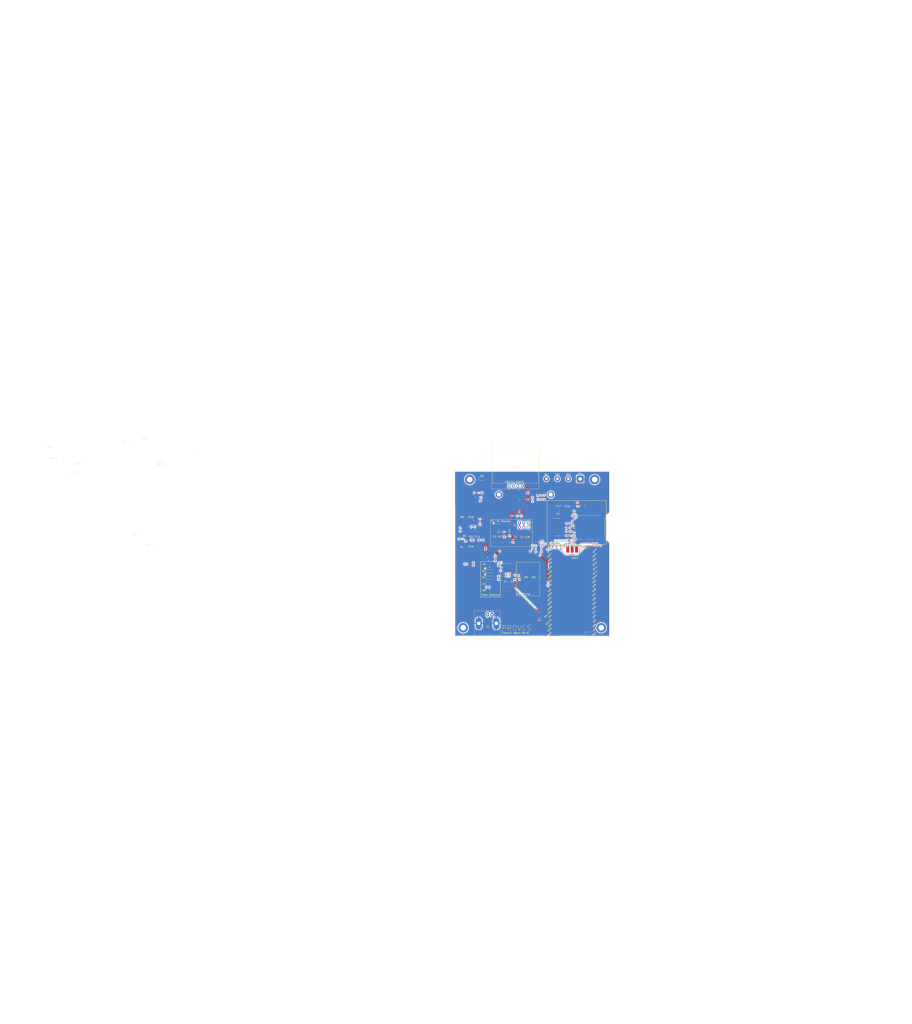
<source format=kicad_pcb>
(kicad_pcb (version 20211014) (generator pcbnew)
  (layers (0 "F.Cu" signal) (31 "B.Cu" signal) (34 "B.Paste" user) (35 "F.Paste" user) (36 "B.SilkS" user "B.Silkscreen") (37 "F.SilkS" user "F.Silkscreen") (38 "B.Mask" user) (39 "F.Mask" user) (44 "Edge.Cuts" user))
  (net 0 "")
  (net 1 "Net-(R9-Pad2)")
  (net 2 "Net-(C7-Pad2)")
  (net 3 "Net-(R4-Pad2)")
  (net 4 "GND")
  (net 5 "Net-(C7-Pad1)")
  (net 6 "Net-(H1-Pad5)")
  (net 7 "Net-(C1-Pad2)")
  (net 8 "Net-(C1-Pad1)")
  (net 9 "Net-(D3-Pad2)")
  (net 10 "Net-(R8-Pad2)")
  (net 11 "Net-(C14-Pad2)")
  (net 12 "Net-(R16-Pad1)")
  (net 13 "Net-(D2-Pad2)")
  (net 14 "Net-(C14-Pad1)")
  (net 15 "Net-(L1-Pad1)")
  (net 16 "+5V")
  (net 17 "Net-(U3-Pad1)")
  (net 20 "Net-(C17-Pad1)")
  (net 21 "Net-(D1-Pad2)")
  (net 22 "Net-(C18-Pad1)")
  (net 24 "Net-(U4-Pad6)")
  (net 25 "Net-(U4-Pad4)")
  (net 26 "Net-(U4-Pad2)")
  (net 27 "Net-(U5-Pad7)")
  (net 33 "Net-(LCD1-Pad4)")
  (net 34 "Net-(LCD1-Pad3)")
  (net 35 "Net-(U4-Pad7)")
  (net 46 "Net-(U4-Pad3)")
  (net 47 "Net-(U4-Pad5)")
  (net 49 "unconnected-(U7-Pad27)")
  (footprint "Connector_Card:microSD_HC_Hirose_DM3AT-SF-PEJM5" (layer "F.Cu") (at 191.3304 96.6216 90)
    (fp_text reference "U5")
    (fp_text value "MicroSDCardSocket")
  )
  (footprint "Capacitor_SMD:C_0805_2012Metric_Pad1.18x1.45mm_HandSolder" (layer "F.Cu") (at 132.9264 118.3005)
    (fp_text reference "C6")
    (fp_text value "20nF")
  )
  (footprint "MountingHole:MountingHole_3.2mm_M3_DIN965" (layer "F.Cu") (at 197.5104 154.7876)
    (fp_text reference "REF**")
    (fp_text value "MountingHole_3.2mm_M3_DIN965")
  )
  (footprint "OLED:128x64OLED" (layer "F.Cu") (at 148.1504 62.0776 180)
    (fp_text reference "LCD1")
    (fp_text value "OLED")
  )
  (footprint "Capacitor_SMD:C_0805_2012Metric_Pad1.18x1.45mm_HandSolder" (layer "F.Cu") (at 180.6624 84.4511 -90)
    (fp_text reference "C16")
    (fp_text value "10uF")
  )
  (footprint "Cosmic_Watch_Extra:Pico_No_THT" (layer "F.Cu") (at 180.7972 141.4272)
    (fp_text reference "U7")
    (fp_text value "Pico")
  )
  (footprint "MountingHole:MountingHole_3.2mm_M3_DIN965_Pad" (layer "F.Cu") (at 121.3104 68.9776)
    (fp_text reference "REF**")
    (fp_text value "MountingHole_3.2mm_M3_DIN965_Pad")
  )
  (footprint "Capacitor_SMD:C_0805_2012Metric_Pad1.18x1.45mm_HandSolder" (layer "F.Cu") (at 145.8644 130.8862 -90)
    (fp_text reference "C5")
    (fp_text value "0.1uF")
  )
  (footprint "MountingHole:MountingHole_3.2mm_M3_DIN965" (layer "F.Cu") (at 117.5004 154.7876)
    (fp_text reference "REF**")
    (fp_text value "MountingHole_3.2mm_M3_DIN965")
  )
  (footprint "MountingHole:MountingHole_3.2mm_M3_DIN965" (layer "F.Cu") (at 121.3104 68.9776)
    (fp_text reference "REF**")
    (fp_text value "MountingHole_3.2mm_M3_DIN965")
  )
  (footprint "Resistor_SMD:R_0805_2012Metric_Pad1.20x1.40mm_HandSolder" (layer "F.Cu") (at 124.5284 107.5811 90)
    (fp_text reference "R20")
    (fp_text value "10k")
  )
  (footprint "Capacitor_SMD:C_0805_2012Metric_Pad1.18x1.45mm_HandSolder" (layer "F.Cu") (at 151.7064 125.5274 -90)
    (fp_text reference "C7")
    (fp_text value "10pF")
  )
  (footprint "MountingHole:MountingHole_3.2mm_M3_DIN965" (layer "F.Cu") (at 193.7004 68.9776)
    (fp_text reference "REF**")
    (fp_text value "MountingHole_3.2mm_M3_DIN965")
  )
  (footprint "Package_TO_SOT_SMD:TSOT-23-6" (layer "F.Cu") (at 138.0669 96.3676)
    (fp_text reference "U1")
    (fp_text value "LT3461ES6#TRPBF")
  )
  (footprint "MountingHole:MountingHole_2.2mm_M2_DIN965" (layer "F.Cu") (at 138.1904 77.6593)
    (fp_text reference "1")
    (fp_text value "MountingHole_2.2mm_M2_DIN965")
  )
  (footprint "MountingHole:MountingHole_2.2mm_M2_DIN965" (layer "F.Cu") (at 168.2704 77.6593)
    (fp_text reference "1")
    (fp_text value "MountingHole_2.2mm_M2_DIN965")
  )
  (footprint "TestPoint:TestPoint_THTPad_D3.0mm_Drill1.5mm" (layer "F.Cu") (at 172.0899 68.5546)
    (fp_text reference "TP2")
    (fp_text value "Test_Point1")
  )
  (footprint "Inductor_SMD:L_1210_3225Metric_Pad1.42x2.65mm_HandSolder" (layer "F.Cu") (at 144.3769 96.3676 180)
    (fp_text reference "L1")
    (fp_text value "47uH")
  )
  (footprint "Resistor_SMD:R_0805_2012Metric_Pad1.20x1.40mm_HandSolder" (layer "F.Cu") (at 144.8484 105.2951 90)
    (fp_text reference "R2")
    (fp_text value "226k")
  )
  (footprint "Resistor_SMD:R_0805_2012Metric_Pad1.20x1.40mm_HandSolder" (layer "F.Cu") (at 160.3424 125.5649 -90)
    (fp_text reference "R3")
    (fp_text value "249")
  )
  (footprint "MountingHole:MountingHole_3.2mm_M3_DIN965_Pad" (layer "F.Cu") (at 117.5004 154.7876)
    (fp_text reference "REF**")
    (fp_text value "MountingHole_3.2mm_M3_DIN965_Pad")
  )
  (footprint "Resistor_SMD:R_0805_2012Metric_Pad1.20x1.40mm_HandSolder" (layer "F.Cu") (at 118.1784 99.1991 90)
    (fp_text reference "R9")
    (fp_text value "0k")
  )
  (footprint "LED_SMD:LED_0805_2012Metric" (layer "F.Cu") (at 128.3384 68.4276)
    (fp_text reference "D3")
    (fp_text value "LED")
  )
  (footprint "Resistor_SMD:R_0805_2012Metric_Pad1.20x1.40mm_HandSolder" (layer "F.Cu") (at 156.0244 125.5649 -90)
    (fp_text reference "R5")
    (fp_text value "10k")
  )
  (footprint "Capacitor_SMD:C_0805_2012Metric_Pad1.18x1.45mm_HandSolder" (layer "F.Cu") (at 141.5464 105.2791 -90)
    (fp_text reference "C1")
    (fp_text value "22pF")
  )
  (footprint "Connector_Coaxial:BNC_Amphenol_B6252HB-NPP3G-50_Horizontal" (layer "F.Cu") (at 131.6404 147.1676 180)
    (fp_text reference "J1")
    (fp_text value "Conn_Coaxial")
  )
  (footprint "MountingHole:MountingHole_2.2mm_M2_DIN965_Pad" (layer "F.Cu") (at 138.1904 77.6593)
    (fp_text reference "REF**")
    (fp_text value "MountingHole_2.2mm_M2_DIN965_Pad")
  )
  (footprint "Resistor_SMD:R_0805_2012Metric_Pad1.20x1.40mm_HandSolder" (layer "F.Cu") (at 138.7524 105.2736 90)
    (fp_text reference "R1")
    (fp_text value "10k")
  )
  (footprint "TestPoint:TestPoint_THTPad_D3.0mm_Drill1.5mm" (layer "F.Cu") (at 178.4399 68.5546)
    (fp_text reference "TP3")
    (fp_text value "Test_Point1")
  )
  (footprint "TestPoint:TestPoint_THTPad_4.0x4.0mm_Drill2.0mm" (layer "F.Cu") (at 185.2979 68.6181)
    (fp_text reference "TP4")
    (fp_text value "GND")
  )
  (footprint "Capacitor_SMD:C_0805_2012Metric_Pad1.18x1.45mm_HandSolder" (layer "F.Cu") (at 154.7544 105.2791 -90)
    (fp_text reference "C18")
    (fp_text value "1uF")
  )
  (footprint "Inductor_SMD:L_0805_2012Metric_Pad1.15x1.40mm_HandSolder" (layer "F.Cu") (at 151.1984 105.2451 -90)
    (fp_text reference "L2")
    (fp_text value "2.5k Ohms")
  )
  (footprint "Resistor_SMD:R_0805_2012Metric_Pad1.20x1.40mm_HandSolder" (layer "F.Cu") (at 132.9264 129.3749)
    (fp_text reference "R7")
    (fp_text value "100k")
  )
  (footprint "Resistor_SMD:R_0805_2012Metric_Pad1.20x1.40mm_HandSolder" (layer "F.Cu") (at 118.9404 107.8191 90)
    (fp_text reference "R4")
    (fp_text value "1k")
  )
  (footprint "Package_TO_SOT_SMD:SOT-23" (layer "F.Cu") (at 186.7584 84.4296 90)
    (fp_text reference "U6")
    (fp_text value "3V3_Regulator")
  )
  (footprint "Cosmic_Watch_Extra:SOIC-HC4050" (layer "F.Cu") (at 172.2804 96.6216)
    (fp_text reference "U4")
    (fp_text value "HC4050")
  )
  (footprint "MountingHole:MountingHole_3.2mm_M3_DIN965_Pad" (layer "F.Cu") (at 193.7004 68.9776)
    (fp_text reference "REF**")
    (fp_text value "MountingHole_3.2mm_M3_DIN965_Pad")
  )
  (footprint "Resistor_SMD:R_0805_2012Metric_Pad1.20x1.40mm_HandSolder" (layer "F.Cu") (at 121.9884 99.1991 90)
    (fp_text reference "R24")
    (fp_text value "24.9k")
  )
  (footprint "Package_TO_SOT_SMD:SOT-23-5_HandSoldering" (layer "F.Cu") (at 161.6456 147.4216 180)
    (fp_text reference "U3")
    (fp_text value "Boost_Converter")
  )
  (footprint "TestPoint:TestPoint_THTPad_D3.0mm_Drill1.5mm" (layer "F.Cu") (at 165.7399 68.5546)
    (fp_text reference "TP1")
    (fp_text value "Test_Point1")
  )
  (footprint "Connector_PinSocket_2.54mm:PinSocket_2x03_P2.54mm_Vertical" (layer "F.Cu") (at 150.0782 94.0108 90)
    (fp_text reference "H1")
    (fp_text value "6-pin_Headers")
  )
  (footprint "Resistor_SMD:R_0805_2012Metric_Pad1.20x1.40mm_HandSolder" (layer "F.Cu") (at 124.7824 90.8011 -90)
    (fp_text reference "R16")
    (fp_text value "10k")
  )
  (footprint "Package_SO:SOIC-8_3.9x4.9mm_P1.27mm" (layer "F.Cu") (at 144.0214 120.1039)
    (fp_text reference "U2")
    (fp_text value "LT1807IS8#PBF")
  )
  (footprint "Capacitor_SMD:C_0805_2012Metric_Pad1.18x1.45mm_HandSolder" (layer "F.Cu") (at 175.0744 84.4081 90)
    (fp_text reference "C17")
    (fp_text value "0.1uF")
  )
  (footprint "Capacitor_SMD:C_0805_2012Metric_Pad1.18x1.45mm_HandSolder" (layer "F.Cu") (at 147.8964 105.2576 -90)
    (fp_text reference "C2")
    (fp_text value "0.47pF")
  )
  (footprint "MountingHole:MountingHole_3.2mm_M3_DIN965_Pad" (layer "F.Cu") (at 197.5104 154.7876)
    (fp_text reference "REF**")
    (fp_text value "MountingHole_3.2mm_M3_DIN965_Pad")
  )
  (footprint "Resistor_SMD:R_0805_2012Metric_Pad1.20x1.40mm_HandSolder" (layer "F.Cu") (at 132.901 133.3881)
    (fp_text reference "R6")
    (fp_text value "100k")
  )
  (footprint "Diode_SMD:D_SOD-123" (layer "F.Cu") (at 133.028 125.7173)
    (fp_text reference "D2")
    (fp_text value "40V 500mA")
  )
  (footprint "Diode_SMD:D_SOD-123" (layer "F.Cu") (at 133.0026 122.0597)
    (fp_text reference "D1")
    (fp_text value "40V 500mA")
  )
  (footprint "Capacitor_SMD:C_0805_2012Metric_Pad1.18x1.45mm_HandSolder" (layer "F.Cu") (at 125.7984 99.1616 -90)
    (fp_text reference "C14")
    (fp_text value "0F")
  )
  (footprint "Resistor_SMD:R_0805_2012Metric_Pad1.20x1.40mm_HandSolder" (layer "F.Cu") (at 118.7626 90.7028 -90)
    (fp_text reference "R8")
    (fp_text value "1k")
  )
  (footprint "Capacitor_SMD:C_0805_2012Metric_Pad1.18x1.45mm_HandSolder" (layer "F.Cu") (at 135.4504 105.2361 90)
    (fp_text reference "C3")
    (fp_text value "1uF")
  )
  (footprint "Capacitor_SMD:C_0805_2012Metric_Pad1.18x1.45mm_HandSolder" (layer "F.Cu") (at 141.8004 130.9116 -90)
    (fp_text reference "C4")
    (fp_text value "10uF")
  )
  (footprint "MountingHole:MountingHole_2.2mm_M2_DIN965_Pad" (layer "F.Cu") (at 168.2704 77.6593)
    (fp_text reference "REF**")
    (fp_text value "MountingHole_2.2mm_M2_DIN965_Pad")
  )
  (gr_line (start 200.406 81.1276) (end 200.406 106.5276) (layer "F.SilkS") (width 0.2))
  (gr_circle (center 139.7684 116.6876) (end 139.948005 116.6876) (layer "F.SilkS") (width 0.5) (fill none))
  (gr_circle (center 135.2329 94.3356) (end 135.412505 94.3356) (layer "F.SilkS") (width 0.5) (fill none))
  (gr_line (start 127.5764 137.0076) (end 139.0064 137.0076) (layer "F.SilkS") (width 0.2))
  (gr_line (start 148.4044 116.9289) (end 161.8664 116.9289) (layer "F.SilkS") (width 0.15))
  (gr_line (start 133.4184 92.0496) (end 133.4184 107.7976) (layer "F.SilkS") (width 0.15))
  (gr_line (start 161.8664 116.9289) (end 161.8664 136.2964) (layer "F.SilkS") (width 0.15))
  (gr_line (start 161.8664 136.2964) (end 148.4044 136.2964) (layer "F.SilkS") (width 0.15))
  (gr_circle (center 130.1959 120.4595) (end 130.375505 120.4595) (layer "F.SilkS") (width 0.5) (fill none))
  (gr_circle (center 130.1959 123.8885) (end 130.375505 123.8885) (layer "F.SilkS") (width 0.5) (fill none))
  (gr_line (start 148.4044 116.9289) (end 148.4044 136.2329) (layer "F.SilkS") (width 0.2))
  (gr_line (start 157.564275 107.7976) (end 133.4184 107.7976) (layer "F.SilkS") (width 0.15))
  (gr_line (start 133.4184 92.0496) (end 157.532525 92.0496) (layer "F.SilkS") (width 0.15))
  (gr_line (start 139.0064 137.0076) (end 139.0064 116.4336) (layer "F.SilkS") (width 0.2))
  (gr_line (start 200.406 106.5276) (end 166.1844 106.5276) (layer "F.SilkS") (width 0.2))
  (gr_line (start 127.5764 116.4336) (end 127.5764 137.0076) (layer "F.SilkS") (width 0.2))
  (gr_line (start 157.564275 107.7976) (end 157.532525 92.0496) (layer "F.SilkS") (width 0.15))
  (gr_line (start 166.1844 106.5276) (end 166.1844 81.1276) (layer "F.SilkS") (width 0.2))
  (gr_line (start 139.0064 116.4336) (end 127.5764 116.4336) (layer "F.SilkS") (width 0.2))
  (gr_line (start 166.1844 81.1276) (end 200.406 81.1276) (layer "F.SilkS") (width 0.2))
  (gr_line (start 202.5904 63.9776) (end 202.5904 88.2396) (layer "Edge.Cuts") (width 0.1))
  (gr_line (start 202.5904 106.5276) (end 202.5904 159.8676) (layer "Edge.Cuts") (width 0.1))
  (gr_line (start 200.66 103.7336) (end 200.66 89.662) (layer "Edge.Cuts") (width 0.1))
  (gr_line (start 202.5904 105.4481) (end 200.66 103.7336) (layer "Edge.Cuts") (width 0.1))
  (gr_line (start 112.4204 63.9776) (end 202.5904 63.9776) (layer "Edge.Cuts") (width 0.1))
  (gr_line (start 202.5904 105.4481) (end 202.5904 106.5276) (layer "Edge.Cuts") (width 0.1))
  (gr_line (start 112.4204 63.9776) (end 112.4204 159.8676) (layer "Edge.Cuts") (width 0.1))
  (gr_line (start 200.66 89.662) (end 202.5904 88.2396) (layer "Edge.Cuts") (width 0.1))
  (gr_line (start 202.5904 159.8676) (end 112.4204 159.8676) (layer "Edge.Cuts") (width 0.1))
  (gr_text "GND" (at 149.4204 70.3326) (layer "F.SilkS") (effects (font (size 1 1))))
  (gr_text "PROVES" (at 148.4044 155.0416) (layer "F.SilkS") (effects (font (size 3 3))))
  (gr_text "DC-DC Booster\n" (at 139.5144 93.0656) (layer "F.SilkS") (effects (font (size 1 1))))
  (gr_text "Cosmic Watch Rev.6\n\n" (at 147.8964 158.5341) (layer "F.SilkS") (effects (font (size 1 1))))
  (gr_text "SDA" (at 143.0704 70.3326) (layer "F.SilkS") (effects (font (size 1 1))))
  (gr_text "SCL" (at 146.2454 70.3326) (layer "F.SilkS") (effects (font (size 1 1))))
  (gr_text "5V" (at 151.9604 70.3326) (layer "F.SilkS") (effects (font (size 1 1))))
  (gr_text "Peak Detector\n" (at 133.4184 135.7249) (layer "F.SilkS") (effects (font (size 1 1))))
  (gr_text "SD Card\n" (at 169.9944 105.5116) (layer "F.SilkS") (effects (font (size 1 1))))
  (gr_text "Amplifying\n" (at 152.4684 135.2169) (layer "F.SilkS") (effects (font (size 1 1))))
  (segment (start 164.6604 80.4926) (end 174.1854 80.4926) (width 0.2) (layer "F.Cu") (net 1))
  (segment (start 119.5754 80.4926) (end 160.8504 80.4926) (width 0.2) (layer "F.Cu") (net 1))
  (segment (start 174.1854 80.4926) (end 178.4399 76.2381) (width 0.2) (layer "F.Cu") (net 1))
  (segment (start 115.7654 98.2726) (end 114.4954 97.0026) (width 0.2) (layer "F.Cu") (net 1))
  (segment (start 168.1636 135.6516) (end 166.624 134.112) (width 0.2) (layer "F.Cu") (net 1))
  (segment (start 114.4954 97.0026) (end 114.4954 85.5726) (width 0.2) (layer "F.Cu") (net 1))
  (segment (start 118.1784 98.1991) (end 118.1049 98.2726) (width 0.2) (layer "F.Cu") (net 1))
  (segment (start 178.4399 76.2381) (end 178.4399 68.5546) (width 0.2) (layer "F.Cu") (net 1))
  (segment (start 171.5744 135.6516) (end 168.1636 135.6516) (width 0.2) (layer "F.Cu") (net 1))
  (segment (start 118.1049 98.2726) (end 115.7654 98.2726) (width 0.2) (layer "F.Cu") (net 1))
  (segment (start 166.624 134.112) (end 166.624 130.302) (width 0.2) (layer "F.Cu") (net 1))
  (segment (start 161.4854 112.8776) (end 159.5804 110.9726) (width 0.2) (layer "F.Cu") (net 1))
  (segment (start 114.4954 85.5726) (end 119.5754 80.4926) (width 0.2) (layer "F.Cu") (net 1))
  (segment (start 162.0559 112.8776) (end 161.4854 112.8776) (width 0.2) (layer "F.Cu") (net 1))
  (segment (start 159.5804 81.7626) (end 159.5804 80.4926) (width 0.2) (layer "F.Cu") (net 1))
  (segment (start 159.5804 107.1626) (end 159.5804 81.7626) (width 0.2) (layer "F.Cu") (net 1))
  (via (at 166.624 130.302) (size 0.8) (drill 0.4) (layers "F.Cu" "B.Cu") (net 1))
  (via (at 159.5804 110.9726) (size 0.8) (drill 0.4) (layers "F.Cu" "B.Cu") (net 1))
  (via (at 160.8504 80.4926) (size 0.8) (drill 0.4) (layers "F.Cu" "B.Cu") (net 1))
  (via (at 164.6604 80.4926) (size 0.8) (drill 0.4) (layers "F.Cu" "B.Cu") (net 1))
  (via (at 159.5804 107.1626) (size 0.8) (drill 0.4) (layers "F.Cu" "B.Cu") (net 1))
  (via (at 162.0559 112.8776) (size 0.8) (drill 0.4) (layers "F.Cu" "B.Cu") (net 1))
  (segment (start 166.624 130.302) (end 166.624 117.4457) (width 0.2) (layer "B.Cu") (net 1))
  (segment (start 160.8504 80.4926) (end 164.6604 80.4926) (width 0.2) (layer "B.Cu") (net 1))
  (segment (start 159.5804 107.1626) (end 159.5804 110.9726) (width 0.2) (layer "B.Cu") (net 1))
  (segment (start 162.1204 112.8776) (end 162.0559 112.8776) (width 0.2) (layer "B.Cu") (net 1))
  (segment (start 166.624 117.4457) (end 162.0559 112.8776) (width 0.2) (layer "B.Cu") (net 1))
  (segment (start 158.736028 78.161972) (end 160.705528 78.161972) (width 0.2) (layer "F.Cu") (net 2))
  (segment (start 157.6754 79.2226) (end 158.736028 78.161972) (width 0.2) (layer "F.Cu") (net 2))
  (segment (start 132.9104 114.7826) (end 127.1954 114.7826) (width 0.2) (layer "F.Cu") (net 2))
  (segment (start 139.3249 114.8471) (end 139.2604 114.7826) (width 0.2) (layer "F.Cu") (net 2))
  (segment (start 141.5464 115.1636) (end 141.1654 114.7826) (width 0.2) (layer "F.Cu") (net 2))
  (segment (start 127.1954 114.7826) (end 124.5284 112.1156) (width 0.2) (layer "F.Cu") (net 2))
  (segment (start 150.3381 126.5649) (end 150.0554 126.8476) (width 0.2) (layer "F.Cu") (net 2))
  (segment (start 165.1176 72.3392) (end 171.7724 72.3392) (width 0.25) (layer "F.Cu") (net 2))
  (segment (start 132.9104 114.7826) (end 134.8154 112.8776) (width 0.2) (layer "F.Cu") (net 2))
  (segment (start 171.7724 72.3392) (end 172.0899 72.0217) (width 0.25) (layer "F.Cu") (net 2))
  (segment (start 164.6604 72.7964) (end 165.1176 72.3392) (width 0.25) (layer "F.Cu") (net 2))
  (segment (start 144.3404 123.0376) (end 144.3404 123.6081) (width 0.2) (layer "F.Cu") (net 2))
  (segment (start 139.3249 117.3226) (end 139.3249 114.8471) (width 0.2) (layer "F.Cu") (net 2))
  (segment (start 146.1809 126.8476) (end 144.3404 125.0071) (width 0.2) (layer "F.Cu") (net 2))
  (segment (start 157.6754 107.1626) (end 157.6754 81.7626) (width 0.2) (layer "F.Cu") (net 2))
  (segment (start 172.0899 72.0217) (end 172.0899 68.5546) (width 0.25) (layer "F.Cu") (net 2))
  (segment (start 151.7064 126.5649) (end 156.0244 126.5649) (width 0.2) (layer "F.Cu") (net 2))
  (segment (start 146.4964 122.0089) (end 145.3691 122.0089) (width 0.2) (layer "F.Cu") (net 2))
  (segment (start 137.9904 119.9271) (end 137.9904 118.6571) (width 0.2) (layer "F.Cu") (net 2))
  (segment (start 141.5464 118.1989) (end 141.5464 115.1636) (width 0.2) (layer "F.Cu") (net 2))
  (segment (start 141.1654 114.7826) (end 139.2604 114.7826) (width 0.2) (layer "F.Cu") (net 2))
  (segment (start 137.9904 118.6571) (end 137.9259 118.5926) (width 0.2) (layer "F.Cu") (net 2))
  (segment (start 137.9904 124.9426) (end 137.9904 119.9271) (width 0.2) (layer "F.Cu") (net 2))
  (segment (start 139.2604 114.7826) (end 132.9104 114.7826) (width 0.2) (layer "F.Cu") (net 2))
  (segment (start 147.5154 126.8476) (end 146.1809 126.8476) (width 0.2) (layer "F.Cu") (net 2))
  (segment (start 164.6604 77.9526) (end 164.6604 72.7964) (width 0.25) (layer "F.Cu") (net 2))
  (segment (start 146.1809 126.8476) (end 137.9904 126.8476) (width 0.2) (layer "F.Cu") (net 2))
  (segment (start 172.2804 68.7451) (end 172.0899 68.5546) (width 0.2) (layer "F.Cu") (net 2))
  (segment (start 124.5284 112.1156) (end 124.5284 108.5811) (width 0.2) (layer "F.Cu") (net 2))
  (segment (start 138.6254 110.4021) (end 156.4054 110.4021) (width 0.2) (layer "F.Cu") (net 2))
  (segment (start 145.3691 122.0089) (end 144.3404 123.0376) (width 0.2) (layer "F.Cu") (net 2))
  (segment (start 134.8154 112.8776) (end 136.0854 112.8776) (width 0.2) (layer "F.Cu") (net 2))
  (segment (start 151.7064 126.5649) (end 150.3381 126.5649) (width 0.2) (layer "F.Cu") (net 2))
  (via (at 150.0554 126.8476) (size 0.8) (drill 0.4) (layers "F.Cu" "B.Cu") (net 2))
  (via (at 137.9904 124.9426) (size 0.8) (drill 0.4) (layers "F.Cu" "B.Cu") (net 2))
  (via (at 138.6254 110.4021) (size 0.8) (drill 0.4) (layers "F.Cu" "B.Cu") (net 2))
  (via (at 144.3404 125.0071) (size 0.8) (drill 0.4) (layers "F.Cu" "B.Cu") (net 2))
  (via (at 160.705528 78.161972) (size 0.8) (drill 0.4) (layers "F.Cu" "B.Cu") (net 2))
  (via (at 139.3249 117.3226) (size 0.8) (drill 0.4) (layers "F.Cu" "B.Cu") (net 2))
  (via (at 147.5154 126.8476) (size 0.8) (drill 0.4) (layers "F.Cu" "B.Cu") (net 2))
  (via (at 137.9259 118.5926) (size 0.8) (drill 0.4) (layers "F.Cu" "B.Cu") (net 2))
  (via (at 157.6754 81.7626) (size 0.8) (drill 0.4) (layers "F.Cu" "B.Cu") (net 2))
  (via (at 157.6754 107.1626) (size 0.8) (drill 0.4) (layers "F.Cu" "B.Cu") (net 2))
  (via (at 137.9904 126.8476) (size 0.8) (drill 0.4) (layers "F.Cu" "B.Cu") (net 2))
  (via (at 144.3404 123.6081) (size 0.8) (drill 0.4) (layers "F.Cu" "B.Cu") (net 2))
  (via (at 156.4054 110.4021) (size 0.8) (drill 0.4) (layers "F.Cu" "B.Cu") (net 2))
  (via (at 157.6754 79.2226) (size 0.8) (drill 0.4) (layers "F.Cu" "B.Cu") (net 2))
  (via (at 136.0854 112.8776) (size 0.8) (drill 0.4) (layers "F.Cu" "B.Cu") (net 2))
  (via (at 164.6604 77.9526) (size 0.8) (drill 0.4) (layers "F.Cu" "B.Cu") (net 2))
  (segment (start 136.0854 112.8776) (end 138.6254 110.3376) (width 0.2) (layer "B.Cu") (net 2))
  (segment (start 161.911028 78.161972) (end 164.451028 78.161972) (width 0.2) (layer "B.Cu") (net 2))
  (segment (start 164.451028 78.161972) (end 164.6604 77.9526) (width 0.2) (layer "B.Cu") (net 2))
  (segment (start 137.9904 126.8476) (end 137.9904 124.9426) (width 0.2) (layer "B.Cu") (net 2))
  (segment (start 138.6254 110.3376) (end 138.6254 110.4021) (width 0.2) (layer "B.Cu") (net 2))
  (segment (start 144.3404 125.0071) (end 144.3404 123.6081) (width 0.2) (layer "B.Cu") (net 2))
  (segment (start 138.0158 117.3226) (end 137.9259 117.4125) (width 0.2) (layer "B.Cu") (net 2))
  (segment (start 150.0554 126.8476) (end 147.5154 126.8476) (width 0.2) (layer "B.Cu") (net 2))
  (segment (start 160.705528 78.161972) (end 161.911028 78.161972) (width 0.2) (layer "B.Cu") (net 2))
  (segment (start 157.6754 81.7626) (end 157.6754 79.2226) (width 0.2) (layer "B.Cu") (net 2))
  (segment (start 139.3249 117.3226) (end 138.0158 117.3226) (width 0.2) (layer "B.Cu") (net 2))
  (segment (start 137.9259 117.4125) (end 137.9259 118.5926) (width 0.2) (layer "B.Cu") (net 2))
  (segment (start 156.4054 110.4021) (end 157.6754 109.1321) (width 0.2) (layer "B.Cu") (net 2))
  (segment (start 157.6754 109.1321) (end 157.6754 107.1626) (width 0.2) (layer "B.Cu") (net 2))
  (segment (start 137.9259 118.5926) (end 138.0549 118.5926) (width 0.2) (layer "B.Cu") (net 2))
  (segment (start 128.5299 76.6826) (end 134.1804 76.6826) (width 0.2) (layer "F.Cu") (net 3))
  (segment (start 134.1804 76.6826) (end 142.3084 68.5546) (width 0.2) (layer "F.Cu") (net 3))
  (segment (start 142.3084 68.5546) (end 165.7399 68.5546) (width 0.2) (layer "F.Cu") (net 3))
  (segment (start 113.2254 101.5121) (end 113.2254 84.9376) (width 0.2) (layer "F.Cu") (net 3))
  (segment (start 137.3554 115.4176) (end 138.6254 116.6876) (width 0.2) (layer "F.Cu") (net 3))
  (segment (start 113.2254 84.9376) (end 121.4804 76.6826) (width 0.2) (layer "F.Cu") (net 3))
  (segment (start 121.4804 76.6826) (end 123.9559 76.6826) (width 0.2) (layer "F.Cu") (net 3))
  (segment (start 122.7504 109.0676) (end 122.7504 114.1476) (width 0.2) (layer "F.Cu") (net 3))
  (segment (start 122.7504 114.1476) (end 124.0204 115.4176) (width 0.2) (layer "F.Cu") (net 3))
  (segment (start 124.0204 115.4176) (end 137.3554 115.4176) (width 0.2) (layer "F.Cu") (net 3))
  (segment (start 138.6254 116.6876) (end 138.6254 120.4976) (width 0.2) (layer "F.Cu") (net 3))
  (segment (start 138.6254 120.4976) (end 138.8667 120.7389) (width 0.2) (layer "F.Cu") (net 3))
  (segment (start 120.5019 106.8191) (end 122.7504 109.0676) (width 0.2) (layer "F.Cu") (net 3))
  (segment (start 118.9404 106.8191) (end 118.9404 104.6871) (width 0.2) (layer "F.Cu") (net 3))
  (segment (start 115.0659 103.3526) (end 113.2254 101.5121) (width 0.2) (layer "F.Cu") (net 3))
  (segment (start 118.9404 106.8191) (end 120.5019 106.8191) (width 0.2) (layer "F.Cu") (net 3))
  (segment (start 138.8667 120.7389) (end 141.5464 120.7389) (width 0.2) (layer "F.Cu") (net 3))
  (via (at 115.0659 103.3526) (size 0.8) (drill 0.4) (layers "F.Cu" "B.Cu") (net 3))
  (via (at 118.9404 104.6871) (size 0.8) (drill 0.4) (layers "F.Cu" "B.Cu") (net 3))
  (via (at 128.5299 76.6826) (size 0.8) (drill 0.4) (layers "F.Cu" "B.Cu") (net 3))
  (via (at 123.9559 76.6826) (size 0.8) (drill 0.4) (layers "F.Cu" "B.Cu") (net 3))
  (segment (start 117.6059 103.3526) (end 115.0659 103.3526) (width 0.2) (layer "B.Cu") (net 3))
  (segment (start 118.9404 104.6871) (end 117.6059 103.3526) (width 0.2) (layer "B.Cu") (net 3))
  (segment (start 123.9559 76.6826) (end 128.5299 76.6826) (width 0.2) (layer "B.Cu") (net 3))
  (segment (start 156.4054 102.0826) (end 157.0404 102.7176) (width 0.2) (layer "F.Cu") (net 4))
  (segment (start 147.8964 107.4166) (end 147.5154 107.7976) (width 0.2) (layer "F.Cu") (net 4))
  (segment (start 126.5604 110.9726) (end 126.5604 107.1626) (width 0.2) (layer "F.Cu") (net 4))
  (segment (start 189.4254 83.0326) (end 189.4254 84.9376) (width 0.2) (layer "F.Cu") (net 4))
  (segment (start 168.4704 90.0176) (end 167.2649 91.2231) (width 0.2) (layer "F.Cu") (net 4))
  (segment (start 179.9004 96.4916) (end 179.9004 88.7476) (width 0.25) (layer "F.Cu") (net 4))
  (segment (start 168.1539 97.215817) (end 168.1539 97.3836) (width 0.2) (layer "F.Cu") (net 4))
  (segment (start 137.7999 133.3881) (end 139.2604 131.9276) (width 0.2) (layer "F.Cu") (net 4))
  (segment (start 147.5154 107.7976) (end 137.9904 107.7976) (width 0.2) (layer "F.Cu") (net 4))
  (segment (start 123.5069 91.8011) (end 123.2639 91.8011) (width 0.2) (layer "F.Cu") (net 4))
  (segment (start 189.5662 140.6822) (end 188.0278 140.6822) (width 0.2) (layer "F.Cu") (net 4))
  (segment (start 125.9 79.0956) (end 125.773 79.2226) (width 0.25) (layer "F.Cu") (net 4))
  (segment (start 135.4504 104.1986) (end 137.1444 104.1986) (width 0.2) (layer "F.Cu") (net 4))
  (segment (start 134.1804 149.7076) (end 131.6404 152.2476) (width 0.2) (layer "F.Cu") (net 4))
  (segment (start 160.841 126.5522) (end 160.8504 126.5616) (width 0.25) (layer "F.Cu") (net 4))
  (segment (start 171.7862 153.3822) (end 189.5662 153.3822) (width 0.2) (layer "F.Cu") (net 4))
  (segment (start 173.5504 88.7476) (end 174.8204 88.7476) (width 0.2) (layer "F.Cu") (net 4))
  (segment (start 122.7504 102.7176) (end 124.0204 101.4476) (width 0.2) (layer "F.Cu") (net 4))
  (segment (start 167.2649 93.8276) (end 168.1539 94.7166) (width 0.2) (layer "F.Cu") (net 4))
  (segment (start 152.5954 100.1776) (end 152.5954 100.8126) (width 0.2) (layer "F.Cu") (net 4))
  (segment (start 134.1804 137.6426) (end 127.1954 137.6426) (width 0.2) (layer "F.Cu") (net 4))
  (segment (start 154.5004 107.7976) (end 154.7544 107.5436) (width 0.2) (layer "F.Cu") (net 4))
  (segment (start 171.7862 115.2822) (end 177.287 115.2822) (width 0.2) (layer "F.Cu") (net 4))
  (segment (start 172.9154 84.3026) (end 172.9154 86.1431) (width 0.2) (layer "F.Cu") (net 4))
  (segment (start 182.7554 99.3466) (end 179.9004 96.4916) (width 0.25) (layer "F.Cu") (net 4))
  (segment (start 165.354 146.9136) (end 164.846 147.4216) (width 0.2) (layer "F.Cu") (net 4))
  (segment (start 180.6624 87.9856) (end 180.6624 85.4886) (width 0.2) (layer "F.Cu") (net 4))
  (segment (start 141.5464 122.0089) (end 141.5464 123.2271) (width 0.25) (layer "F.Cu") (net 4))
  (segment (start 126.5604 121.7676) (end 128.4654 119.8626) (width 0.2) (layer "F.Cu") (net 4))
  (segment (start 123.3119 98.1991) (end 124.0204 98.9076) (width 0.2) (layer "F.Cu") (net 4))
  (segment (start 156.9759 99.5426) (end 156.9759 102.6531) (width 0.2) (layer "F.Cu") (net 4))
  (segment (start 134.1804 147.1676) (end 134.1804 149.7076) (width 0.2) (layer "F.Cu") (net 4))
  (segment (start 150.0554 84.3026) (end 150.0554 90.6526) (width 0.2) (layer "F.Cu") (net 4))
  (segment (start 168.1539 94.7166) (end 169.8054 94.7166) (width 0.2) (layer "F.Cu") (net 4))
  (segment (start 185.2979 78.9051) (end 189.4254 83.0326) (width 0.2) (layer "F.Cu") (net 4))
  (segment (start 122.7504 86.8426) (end 125.2904 84.3026) (width 0.2) (layer "F.Cu") (net 4))
  (segment (start 138.6774 104.1986) (end 138.7524 104.2736) (width 0.2) (layer "F.Cu") (net 4))
  (segment (start 127.1954 137.6426) (end 126.5604 137.0076) (width 0.2) (layer "F.Cu") (net 4))
  (segment (start 189.4254 84.9376) (end 188.9334 85.4296) (width 0.2) (layer "F.Cu") (net 4))
  (segment (start 141.5464 123.2271) (end 141.1654 123.6081) (width 0.25) (layer "F.Cu") (net 4))
  (segment (start 125.2904 84.3026) (end 150.0554 84.3026) (width 0.2) (layer "F.Cu") (net 4))
  (segment (start 168.445 98.5266) (end 169.8054 98.5266) (width 0.2) (layer "F.Cu") (net 4))
  (segment (start 156.9759 102.6531) (end 157.0404 102.7176) (width 0.2) (layer "F.Cu") (net 4))
  (segment (start 149.2304 74.5231) (end 150.0554 75.3481) (width 0.2) (layer "F.Cu") (net 4))
  (segment (start 187.943 127.9822) (end 187.9092 128.016) (width 0.2) (layer "F.Cu") (net 4))
  (segment (start 150.0554 81.7626) (end 150.0554 81.1921) (width 0.2) (layer "F.Cu") (net 4))
  (segment (start 154.7544 107.5436) (end 154.7544 106.3166) (width 0.2) (layer "F.Cu") (net 4))
  (segment (start 147.5154 107.7976) (end 154.5004 107.7976) (width 0.2) (layer "F.Cu") (net 4))
  (segment (start 157.0404 102.7176) (end 157.0404 105.8926) (width 0.2) (layer "F.Cu") (net 4))
  (segment (start 160.7996 129.4384) (end 165.354 129.4384) (width 0.2) (layer "F.Cu") (net 4))
  (segment (start 149.2304 72.6776) (end 149.2304 74.5231) (width 0.2) (layer "F.Cu") (net 4))
  (segment (start 174.7554 90.0826) (end 174.7554 88.8126) (width 0.2) (layer "F.Cu") (net 4))
  (segment (start 124.7824 91.8011) (end 123.5069 91.8011) (width 0.2) (layer "F.Cu") (net 4))
  (segment (start 172.9154 88.1126) (end 173.5504 88.7476) (width 0.2) (layer "F.Cu") (net 4))
  (segment (start 133.6099 116.1171) (end 132.2754 116.1171) (width 0.2) (layer "F.Cu") (net 4))
  (segment (start 192.9214 115.2822) (end 193.1924 115.0112) (width 0.2) (layer "F.Cu") (net 4))
  (segment (start 157.0404 105.8926) (end 156.6164 106.3166) (width 0.2) (layer "F.Cu") (net 4))
  (segment (start 168.1539 97.0905) (end 168.1539 94.7166) (width 0.2) (layer "F.Cu") (net 4))
  (segment (start 133.9639 118.3005) (end 133.9639 116.4711) (width 0.2) (layer "F.Cu") (net 4))
  (segment (start 123.2639 91.8011) (end 122.7504 91.2876) (width 0.2) (layer "F.Cu") (net 4))
  (segment (start 137.1444 106.9516) (end 137.1444 104.1986) (width 0.2) (layer "F.Cu") (net 4))
  (segment (start 133.901 133.3881) (end 134.1804 133.6675) (width 0.2) (layer "F.Cu") (net 4))
  (segment (start 124.6554 83.6676) (end 125.2904 84.3026) (width 0.2) (layer "F.Cu") (net 4))
  (segment (start 152.6032 91.44) (end 152.6032 93.3396) (width 0.2) (layer "F.Cu") (net 4))
  (segment (start 125.773 79.2226) (end 124.6554 79.2226) (width 0.25) (layer "F.Cu") (net 4))
  (segment (start 164.846 147.4216) (end 162.9956 147.4216) (width 0.2) (layer "F.Cu") (net 4))
  (segment (start 145.839 131.9491) (end 145.8644 131.9237) (width 0.2) (layer "F.Cu") (net 4))
  (segment (start 180.6762 111.893) (end 180.6762 110.4322) (width 0.2) (layer "F.Cu") (net 4))
  (segment (start 168.1539 97.215817) (end 168.1539 97.0905) (width 0.2) (layer "F.Cu") (net 4))
  (segment (start 156.6164 106.3166) (end 154.7544 106.3166) (width 0.2) (layer "F.Cu") (net 4))
  (segment (start 133.901 133.3881) (end 137.7999 133.3881) (width 0.2) (layer "F.Cu") (net 4))
  (segment (start 127.4009 68.4276) (end 127.4009 70.9399) (width 0.25) (layer "F.Cu") (net 4))
  (segment (start 129.1649 111.6076) (end 127.1954 111.6076) (width 0.2) (layer "F.Cu") (net 4))
  (segment (start 175.0744 83.3706) (end 173.8474 83.3706) (width 0.2) (layer "F.Cu") (net 4))
  (segment (start 187.9092 115.9256) (end 188.5526 115.2822) (width 0.2) (layer "F.Cu") (net 4))
  (segment (start 134.1804 137.6426) (end 134.1804 147.1676) (width 0.2) (layer "F.Cu") (net 4))
  (segment (start 122.7504 91.2876) (end 122.7504 86.8426) (width 0.2) (layer "F.Cu") (net 4))
  (segment (start 150.0554 81.7626) (end 150.0554 84.3026) (width 0.2) (layer "F.Cu") (net 4))
  (segment (start 133.9639 116.4711) (end 133.6099 116.1171) (width 0.2) (layer "F.Cu") (net 4))
  (segment (start 169.965378 128.0316) (end 169.949778 128.016) (width 0.25) (layer "F.Cu") (net 4))
  (segment (start 183.6054 99.3466) (end 182.7554 99.3466) (width 0.25) (layer "F.Cu") (net 4))
  (segment (start 184.9628 113.6396) (end 182.4228 113.6396) (width 0.2) (layer "F.Cu") (net 4))
  (segment (start 165.354 143.6624) (end 165.354 146.9136) (width 0.2) (layer "F.Cu") (net 4))
  (segment (start 133.5454 119.8626) (end 133.9639 119.4441) (width 0.2) (layer "F.Cu") (net 4))
  (segment (start 134.1804 133.6675) (end 134.1804 137.6426) (width 0.2) (layer "F.Cu") (net 4))
  (segment (start 179.9004 88.7476) (end 180.6624 87.9856) (width 0.2) (layer "F.Cu") (net 4))
  (segment (start 185.2979 68.6181) (end 185.2979 78.9051) (width 0.2) (layer "F.Cu") (net 4))
  (segment (start 123.4389 106.5811) (end 122.7504 105.8926) (width 0.2) (layer "F.Cu") (net 4))
  (segment (start 187.9092 151.7252) (end 187.9092 140.5636) (width 0.2) (layer "F.Cu") (net 4))
  (segment (start 128.4654 119.8626) (end 131.0054 119.8626) (width 0.2) (layer "F.Cu") (net 4))
  (segment (start 167.2649 98.2726) (end 167.2649 97.0925) (width 0.25) (layer "F.Cu") (net 4))
  (segment (start 189.5662 127.9822) (end 187.943 127.9822) (width 0.2) (layer "F.Cu") (net 4))
  (segment (start 127.4009 70.9399) (end 125.9 72.4408) (width 0.25) (layer "F.Cu") (net 4))
  (segment (start 145.8644 131.9237) (end 158.3143 131.9237) (width 0.2) (layer "F.Cu") (net 4))
  (segment (start 125.9 72.4408) (end 125.9 79.0956) (width 0.25) (layer "F.Cu") (net 4))
  (segment (start 192.229789 108.206589) (end 185.823811 108.206589) (width 0.2) (layer "F.Cu") (net 4))
  (segment (start 121.9884 98.1991) (end 123.3119 98.1991) (width 0.2) (layer "F.Cu") (net 4))
  (segment (start 174.6904 90.0176) (end 168.4704 90.0176) (width 0.2) (layer "F.Cu") (net 4))
  (segment (start 158.0388 151.7396) (end 158.0388 145.034) (width 0.2) (layer "F.Cu") (net 4))
  (segment (start 171.5744 128.0316) (end 169.965378 128.0316) (width 0.25) (layer "F.Cu") (net 4))
  (segment (start 193.1924 109.1692) (end 192.229789 108.206589) (width 0.2) (layer "F.Cu") (net 4))
  (segment (start 127.1954 111.6076) (end 126.5604 110.9726) (width 0.2) (layer "F.Cu") (net 4))
  (segment (start 188.9334 85.4296) (end 187.7084 85.4296) (width 0.2) (layer "F.Cu") (net 4))
  (segment (start 134.1804 149.7076) (end 136.7204 152.2476) (width 0.2) (layer "F.Cu") (net 4))
  (segment (start 174.7554 92.1766) (end 174.7554 90.0826) (width 0.2) (layer "F.Cu") (net 4))
  (segment (start 141.7789 131.9276) (end 141.8004 131.9491) (width 0.2) (layer "F.Cu") (net 4))
  (segment (start 165.354 129.4384) (end 165.354 143.6624) (width 0.2) (layer "F.Cu") (net 4))
  (segment (start 131.6404 152.2476) (end 126.5604 152.2476) (width 0.2) (layer "F.Cu") (net 4))
  (segment (start 187.7084 86.0196) (end 185.7424 87.9856) (width 0.2) (layer "F.Cu") (net 4))
  (segment (start 166.7764 128.016) (end 165.354 129.4384) (width 0.2) (layer "F.Cu") (net 4))
  (segment (start 132.9104 119.8626) (end 133.5454 119.8626) (width 0.2) (layer "F.Cu") (net 4))
  (segment (start 150.8428 91.44) (end 152.6032 91.44) (width 0.2) (layer "F.Cu") (net 4))
  (segment (start 124.6554 81.8916) (end 124.6554 83.6676) (width 0.2) (layer "F.Cu") (net 4))
  (segment (start 122.7504 105.8926) (end 122.7504 102.7176) (width 0.2) (layer "F.Cu") (net 4))
  (segment (start 168.1539 98.2355) (end 168.445 98.5266) (width 0.2) (layer "F.Cu") (net 4))
  (segment (start 167.2649 97.0925) (end 167.2669 97.0905) (width 0.25) (layer "F.Cu") (net 4))
  (segment (start 177.287 115.2822) (end 180.6762 111.893) (width 0.2) (layer "F.Cu") (net 4))
  (segment (start 193.1924 115.0112) (end 193.1924 109.1692) (width 0.2) (layer "F.Cu") (net 4))
  (segment (start 131.6404 114.0831) (end 129.1649 111.6076) (width 0.2) (layer "F.Cu") (net 4))
  (segment (start 123.3119 98.1991) (end 123.3854 98.1256) (width 0.2) (layer "F.Cu") (net 4))
  (segment (start 139.2604 131.9276) (end 139.2604 128.1821) (width 0.2) (layer "F.Cu") (net 4))
  (segment (start 187.7084 85.4296) (end 187.7084 86.0196) (width 0.2) (layer "F.Cu") (net 4))
  (segment (start 168.1539 97.3836) (end 168.1539 98.2355) (width 0.2) (layer "F.Cu") (net 4))
  (segment (start 184.9628 109.0676) (end 184.9628 113.6396) (width 0.2) (layer "F.Cu") (net 4))
  (segment (start 139.8954 124.9928) (end 139.8954 124.661844) (width 0.2) (layer "F.Cu") (net 4))
  (segment (start 147.8964 106.2951) (end 147.8964 107.4166) (width 0.2) (layer "F.Cu") (net 4))
  (segment (start 152.5954 100.8126) (end 153.8654 102.0826) (width 0.2) (layer "F.Cu") (net 4))
  (segment (start 172.9154 87.5421) (end 172.9154 88.1126) (width 0.2) (layer "F.Cu") (net 4))
  (segment (start 123.3854 92.5576) (end 123.3854 91.9226) (width 0.2) (layer "F.Cu") (net 4))
  (segment (start 174.8204 88.7476) (end 179.9004 88.7476) (width 0.2) (layer "F.Cu") (net 4))
  (segment (start 139.8954 124.661844) (end 139.115528 123.881972) (width 0.2) (layer "F.Cu") (net 4))
  (segment (start 137.9904 107.7976) (end 137.1444 106.9516) (width 0.2) (layer "F.Cu") (net 4))
  (segment (start 137.1444 104.1986) (end 138.6774 104.1986) (width 0.2) (layer "F.Cu") (net 4))
  (segment (start 150.0554 90.6526) (end 150.8428 91.44) (width 0.2) (layer "F.Cu") (net 4))
  (segment (start 160.3424 129.8956) (end 160.3424 126.5649) (width 0.2) (layer "F.Cu") (net 4))
  (segment (start 167.2669 97.0905) (end 168.1539 97.0905) (width 0.25) (layer "F.Cu") (net 4))
  (segment (start 133.9639 119.4441) (end 133.9639 118.3005) (width 0.2) (layer "F.Cu") (net 4))
  (segment (start 126.5604 137.0076) (end 126.5604 121.7676) (width 0.2) (layer "F.Cu") (net 4))
  (segment (start 124.5284 106.5811) (end 123.4389 106.5811) (width 0.2) (layer "F.Cu") (net 4))
  (segment (start 171.5744 153.4316) (end 159.7308 153.4316) (width 0.2) (layer "F.Cu") (net 4))
  (segment (start 189.5662 115.2822) (end 192.9214 115.2822) (width 0.2) (layer "F.Cu") (net 4))
  (segment (start 153.8654 102.0826) (end 156.4054 102.0826) (width 0.2) (layer "F.Cu") (net 4))
  (segment (start 136.7569 96.3676) (end 135.9469 96.3676) (width 0.2) (layer "F.Cu") (net 4))
  (segment (start 123.3854 91.9226) (end 123.5069 91.8011) (width 0.2) (layer "F.Cu") (net 4))
  (segment (start 187.9092 128.016) (end 187.9092 115.9256) (width 0.2) (layer "F.Cu") (net 4))
  (segment (start 135.4504 96.8641) (end 135.4504 104.1986) (width 0.2) (layer "F.Cu") (net 4))
  (segment (start 185.823811 108.206589) (end 184.9628 109.0676) (width 0.2) (layer "F.Cu") (net 4))
  (segment (start 188.0278 140.6822) (end 187.9092 140.5636) (width 0.2) (layer "F.Cu") (net 4))
  (segment (start 159.7308 153.4316) (end 158.0388 151.7396) (width 0.2) (layer "F.Cu") (net 4))
  (segment (start 152.5954 98.9076) (end 152.5954 100.1776) (width 0.2) (layer "F.Cu") (net 4))
  (segment (start 158.0388 145.034) (end 159.4104 143.6624) (width 0.2) (layer "F.Cu") (net 4))
  (segment (start 160.3424 129.8956) (end 160.7996 129.4384) (width 0.2) (layer "F.Cu") (net 4))
  (segment (start 135.9469 96.3676) (end 135.4504 96.8641) (width 0.2) (layer "F.Cu") (net 4))
  (segment (start 152.5954 96.3676) (end 152.5954 94.4626) (width 0.2) (layer "F.Cu") (net 4))
  (segment (start 158.3143 131.9237) (end 160.3424 129.8956) (width 0.2) (layer "F.Cu") (net 4))
  (segment (start 173.8474 83.3706) (end 172.9154 84.3026) (width 0.2) (layer "F.Cu") (net 4))
  (segment (start 169.949778 128.016) (end 166.7764 128.016) (width 0.2) (layer "F.Cu") (net 4))
  (segment (start 160.3424 126.5649) (end 161.0686 126.5649) (width 0.2) (layer "F.Cu") (net 4))
  (segment (start 187.9092 140.5636) (end 187.9092 128.016) (width 0.2) (layer "F.Cu") (net 4))
  (segment (start 159.4104 143.6624) (end 165.354 143.6624) (width 0.2) (layer "F.Cu") (net 4))
  (segment (start 161.0686 126.5649) (end 162.0559 125.5776) (width 0.2) (layer "F.Cu") (net 4))
  (segment (start 185.7424 87.9856) (end 180.6624 87.9856) (width 0.2) (layer "F.Cu") (net 4))
  (segment (start 152.5954 98.9076) (end 152.5954 96.3676) (width 0.2) (layer "F.Cu") (net 4))
  (segment (start 125.9789 106.5811) (end 124.5284 106.5811) (width 0.2) (layer "F.Cu") (net 4))
  (segment (start 139.2604 131.9276) (end 141.7789 131.9276) (width 0.2) (layer "F.Cu") (net 4))
  (segment (start 139.2604 128.1821) (end 139.8954 127.5471) (width 0.2) (layer "F.Cu") (net 4))
  (segment (start 174.7554 90.0826) (end 174.6904 90.0176) (width 0.2) (layer "F.Cu") (net 4))
  (segment (start 182.4228 113.6396) (end 180.6762 111.893) (width 0.2) (layer "F.Cu") (net 4))
  (segment (start 189.5662 153.3822) (end 187.9092 151.7252) (width 0.2) (layer "F.Cu") (net 4))
  (segment (start 123.3854 98.1256) (end 123.3854 95.0976) (width 0.2) (layer "F.Cu") (net 4))
  (segment (start 126.5604 107.1626) (end 125.9789 106.5811) (width 0.2) (layer "F.Cu") (net 4))
  (segment (start 174.7554 88.8126) (end 174.8204 88.7476) (width 0.2) (layer "F.Cu") (net 4))
  (segment (start 167.2649 91.2231) (end 167.2649 93.8276) (width 0.2) (layer "F.Cu") (net 4))
  (segment (start 141.8004 131.9491) (end 145.839 131.9491) (width 0.2) (layer "F.Cu") (net 4))
  (segment (start 188.5526 115.2822) (end 189.5662 115.2822) (width 0.2) (layer "F.Cu") (net 4))
  (via (at 124.6554 81.8916) (size 0.8) (drill 0.4) (layers "F.Cu" "B.Cu") (net 4))
  (via (at 123.3854 92.5576) (size 0.8) (drill 0.4) (layers "F.Cu" "B.Cu") (net 4))
  (via (at 141.1654 123.6081) (size 0.8) (drill 0.4) (layers "F.Cu" "B.Cu") (net 4))
  (via (at 172.9154 86.1431) (size 0.8) (drill 0.4) (layers "F.Cu" "B.Cu") (net 4))
  (via (at 139.115528 123.881972) (size 0.8) (drill 0.4) (layers "F.Cu" "B.Cu") (net 4))
  (via (at 131.0054 119.8626) (size 0.8) (drill 0.4) (layers "F.Cu" "B.Cu") (net 4))
  (via (at 131.6404 114.0831) (size 0.8) (drill 0.4) (layers "F.Cu" "B.Cu") (net 4))
  (via (at 162.0559 125.5776) (size 0.8) (drill 0.4) (layers "F.Cu" "B.Cu") (net 4))
  (via (at 139.8954 127.5471) (size 0.8) (drill 0.4) (layers "F.Cu" "B.Cu") (net 4))
  (via (at 150.0554 75.3481) (size 0.8) (drill 0.4) (layers "F.Cu" "B.Cu") (net 4))
  (via (at 150.0554 81.1921) (size 0.8) (drill 0.4) (layers "F.Cu" "B.Cu") (net 4))
  (via (at 132.9104 119.8626) (size 0.8) (drill 0.4) (layers "F.Cu" "B.Cu") (net 4))
  (via (at 139.8954 124.9928) (size 0.8) (drill 0.4) (layers "F.Cu" "B.Cu") (net 4))
  (via (at 156.9759 99.5426) (size 0.8) (drill 0.4) (layers "F.Cu" "B.Cu") (net 4))
  (via (at 124.0204 98.9076) (size 0.8) (drill 0.4) (layers "F.Cu" "B.Cu") (net 4))
  (via (at 124.6554 79.2226) (size 0.8) (drill 0.4) (layers "F.Cu" "B.Cu") (net 4))
  (via (at 167.2649 93.8276) (size 0.8) (drill 0.4) (layers "F.Cu" "B.Cu") (net 4))
  (via (at 167.2649 98.2726) (size 0.8) (drill 0.4) (layers "F.Cu" "B.Cu") (net 4))
  (via (at 132.3008 115.9256) (size 0.8) (drill 0.4) (layers "F.Cu" "B.Cu") (net 4))
  (via (at 124.0204 101.4476) (size 0.8) (drill 0.4) (layers "F.Cu" "B.Cu") (net 4))
  (via (at 172.9154 87.5421) (size 0.8) (drill 0.4) (layers "F.Cu" "B.Cu") (net 4))
  (via (at 123.3854 95.0976) (size 0.8) (drill 0.4) (layers "F.Cu" "B.Cu") (net 4))
  (segment (start 167.2649 98.2726) (end 158.2459 98.2726) (width 0.2) (layer "B.Cu") (net 4))
  (segment (start 124.6554 79.2226) (end 124.6554 81.8916) (width 0.2) (layer "B.Cu") (net 4))
  (segment (start 132.2754 116.1171) (end 131.6404 115.4821) (width 0.2) (layer "B.Cu") (net 4))
  (segment (start 150.0554 81.1921) (end 150.0554 75.3481) (width 0.2) (layer "B.Cu") (net 4))
  (segment (start 172.9154 86.1431) (end 172.9154 87.5421) (width 0.2) (layer "B.Cu") (net 4))
  (segment (start 139.115528 123.881972) (end 139.3894 123.6081) (width 0.2) (layer "B.Cu") (net 4))
  (segment (start 131.0054 119.8626) (end 132.9104 119.8626) (width 0.2) (layer "B.Cu") (net 4))
  (segment (start 139.3894 123.6081) (end 141.1654 123.6081) (width 0.2) (layer "B.Cu") (net 4))
  (segment (start 139.8954 127.5471) (end 139.8954 124.9928) (width 0.2) (layer "B.Cu") (net 4))
  (segment (start 131.6404 115.4821) (end 131.6404 114.0831) (width 0.2) (layer "B.Cu") (net 4))
  (segment (start 158.2459 98.2726) (end 156.9759 99.5426) (width 0.2) (layer "B.Cu") (net 4))
  (segment (start 124.0204 98.9076) (end 124.0204 101.4476) (width 0.2) (layer "B.Cu") (net 4))
  (segment (start 123.3854 95.0976) (end 123.3854 92.5576) (width 0.2) (layer "B.Cu") (net 4))
  (segment (start 140.5304 124.3076) (end 147.5154 124.3076) (width 0.2) (layer "F.Cu") (net 5))
  (segment (start 155.9494 124.4899) (end 156.0244 124.5649) (width 0.2) (layer "F.Cu") (net 5))
  (segment (start 139.7186 119.4689) (end 139.3249 119.8626) (width 0.2) (layer "F.Cu") (net 5))
  (segment (start 151.7064 124.4899) (end 155.9494 124.4899) (width 0.2) (layer "F.Cu") (net 5))
  (segment (start 139.2604 123.0376) (end 139.2604 121.7676) (width 0.2) (layer "F.Cu") (net 5))
  (segment (start 151.5241 124.3076) (end 151.7064 124.4899) (width 0.2) (layer "F.Cu") (net 5))
  (segment (start 140.5304 124.3076) (end 139.2604 123.0376) (width 0.2) (layer "F.Cu") (net 5))
  (segment (start 151.7064 124.4899) (end 149.6672 124.4899) (width 0.2) (layer "F.Cu") (net 5))
  (segment (start 156.0244 124.5649) (end 160.3424 124.5649) (width 0.2) (layer "F.Cu") (net 5))
  (segment (start 141.5464 119.4689) (end 139.7186 119.4689) (width 0.2) (layer "F.Cu") (net 5))
  (via (at 147.5154 124.3076) (size 0.8) (drill 0.4) (layers "F.Cu" "B.Cu") (net 5))
  (via (at 149.6672 124.4899) (size 0.8) (drill 0.4) (layers "F.Cu" "B.Cu") (net 5))
  (via (at 139.2604 121.7676) (size 0.8) (drill 0.4) (layers "F.Cu" "B.Cu") (net 5))
  (via (at 139.3249 119.8626) (size 0.8) (drill 0.4) (layers "F.Cu" "B.Cu") (net 5))
  (segment (start 149.4849 124.3076) (end 149.6672 124.4899) (width 0.2) (layer "B.Cu") (net 5))
  (segment (start 139.2604 121.7676) (end 139.2604 119.8626) (width 0.2) (layer "B.Cu") (net 5))
  (segment (start 147.5154 124.3076) (end 149.4849 124.3076) (width 0.2) (layer "B.Cu") (net 5))
  (segment (start 139.2604 119.8626) (end 139.3249 119.8626) (width 0.2) (layer "B.Cu") (net 5))
  (segment (start 117.6704 103.9876) (end 122.0509 103.9876) (width 0.2) (layer "F.Cu") (net 6))
  (segment (start 129.1649 103.9876) (end 129.7354 103.9876) (width 0.2) (layer "F.Cu") (net 6))
  (segment (start 123.4499 103.9876) (end 126.4959 103.9876) (width 0.2) (layer "F.Cu") (net 6))
  (segment (start 118.9404 108.8191) (end 117.4219 108.8191) (width 0.2) (layer "F.Cu") (net 6))
  (segment (start 117.4219 108.8191) (end 117.0354 108.4326) (width 0.2) (layer "F.Cu") (net 6))
  (segment (start 155.1354 96.3676) (end 155.1432 96.3754) (width 0.2) (layer "F.Cu") (net 6))
  (segment (start 129.1004 147.1676) (end 123.3854 141.4526) (width 0.25) (layer "F.Cu") (net 6))
  (segment (start 119.116241 109.24362) (end 119.240581 109.11928) (width 0.25) (layer "F.Cu") (net 6))
  (segment (start 117.0354 104.6226) (end 117.6704 103.9876) (width 0.2) (layer "F.Cu") (net 6))
  (segment (start 132.2754 90.6526) (end 132.9104 90.0176) (width 0.2) (layer "F.Cu") (net 6))
  (segment (start 123.3854 141.4526) (end 123.3854 118.6571) (width 0.25) (layer "F.Cu") (net 6))
  (segment (start 151.3254 90.0176) (end 153.8654 90.0176) (width 0.2) (layer "F.Cu") (net 6))
  (segment (start 153.8654 90.0176) (end 155.1354 91.2876) (width 0.2) (layer "F.Cu") (net 6))
  (segment (start 131.6404 147.1676) (end 129.1004 147.1676) (width 0.25) (layer "F.Cu") (net 6))
  (segment (start 119.116241 112.988941) (end 119.116241 109.24362) (width 0.25) (layer "F.Cu") (net 6))
  (segment (start 132.9104 90.0176) (end 148.7854 90.0176) (width 0.2) (layer "F.Cu") (net 6))
  (segment (start 132.2754 101.4476) (end 132.2754 90.6526) (width 0.2) (layer "F.Cu") (net 6))
  (segment (start 117.0354 108.4326) (end 117.0354 104.6226) (width 0.2) (layer "F.Cu") (net 6))
  (segment (start 129.7354 103.9876) (end 132.2754 101.4476) (width 0.2) (layer "F.Cu") (net 6))
  (segment (start 155.1354 91.2876) (end 155.1354 93.42808) (width 0.2) (layer "F.Cu") (net 6))
  (segment (start 155.1354 93.8276) (end 155.1354 96.3676) (width 0.2) (layer "F.Cu") (net 6))
  (segment (start 123.3854 117.2581) (end 119.116241 112.988941) (width 0.25) (layer "F.Cu") (net 6))
  (via (at 148.7854 90.0176) (size 0.8) (drill 0.4) (layers "F.Cu" "B.Cu") (net 6))
  (via (at 123.4499 103.9876) (size 0.8) (drill 0.4) (layers "F.Cu" "B.Cu") (net 6))
  (via (at 122.0509 103.9876) (size 0.8) (drill 0.4) (layers "F.Cu" "B.Cu") (net 6))
  (via (at 123.3854 117.2581) (size 0.8) (drill 0.4) (layers "F.Cu" "B.Cu") (net 6))
  (via (at 123.3854 118.6571) (size 0.8) (drill 0.4) (layers "F.Cu" "B.Cu") (net 6))
  (via (at 126.4959 103.9876) (size 0.8) (drill 0.4) (layers "F.Cu" "B.Cu") (net 6))
  (via (at 151.3254 90.0176) (size 0.8) (drill 0.4) (layers "F.Cu" "B.Cu") (net 6))
  (via (at 129.1649 103.9876) (size 0.8) (drill 0.4) (layers "F.Cu" "B.Cu") (net 6))
  (segment (start 123.3854 103.9876) (end 123.4499 103.9876) (width 0.2) (layer "B.Cu") (net 6))
  (segment (start 148.7854 90.0176) (end 151.3254 90.0176) (width 0.2) (layer "B.Cu") (net 6))
  (segment (start 123.3854 118.6571) (end 123.3854 117.2581) (width 0.25) (layer "B.Cu") (net 6))
  (segment (start 122.0509 103.9876) (end 123.3854 103.9876) (width 0.2) (layer "B.Cu") (net 6))
  (segment (start 126.4959 103.9876) (end 129.1649 103.9876) (width 0.2) (layer "B.Cu") (net 6))
  (segment (start 144.3404 101.4476) (end 137.5332 101.4476) (width 0.2) (layer "F.Cu") (net 7))
  (segment (start 137.5332 101.4476) (end 136.7569 100.6713) (width 0.2) (layer "F.Cu") (net 7))
  (segment (start 138.7524 106.2736) (end 141.5034 106.2736) (width 0.2) (layer "F.Cu") (net 7))
  (segment (start 141.5034 106.2736) (end 141.5464 106.3166) (width 0.2) (layer "F.Cu") (net 7))
  (segment (start 136.7569 100.6713) (end 136.7569 97.3176) (width 0.2) (layer "F.Cu") (net 7))
  (segment (start 141.5464 106.3166) (end 141.5679 106.2951) (width 0.2) (layer "F.Cu") (net 7))
  (segment (start 145.8429 106.2951) (end 146.3724 105.7656) (width 0.2) (layer "F.Cu") (net 7))
  (segment (start 144.8484 106.2951) (end 145.8429 106.2951) (width 0.2) (layer "F.Cu") (net 7))
  (segment (start 141.5679 106.2951) (end 144.8484 106.2951) (width 0.2) (layer "F.Cu") (net 7))
  (segment (start 146.3724 105.7656) (end 146.3724 105.3084) (width 0.2) (layer "F.Cu") (net 7))
  (via (at 144.3404 101.4476) (size 0.8) (drill 0.4) (layers "F.Cu" "B.Cu") (net 7))
  (via (at 146.3724 105.3084) (size 0.8) (drill 0.4) (layers "F.Cu" "B.Cu") (net 7))
  (segment (start 144.3404 101.4476) (end 145.4072 101.4476) (width 0.2) (layer "B.Cu") (net 7))
  (segment (start 145.4072 101.4476) (end 146.3724 102.4128) (width 0.2) (layer "B.Cu") (net 7))
  (segment (start 146.3724 102.4128) (end 146.3724 105.3084) (width 0.2) (layer "B.Cu") (net 7))
  (segment (start 147.8964 104.2201) (end 151.1984 104.2201) (width 0.508) (layer "F.Cu") (net 8))
  (segment (start 147.8214 104.2951) (end 147.8964 104.2201) (width 0.2) (layer "F.Cu") (net 8))
  (segment (start 144.8484 104.2951) (end 147.8214 104.2951) (width 0.508) (layer "F.Cu") (net 8))
  (segment (start 141.5972 102.362) (end 141.5972 104.2924) (width 0.508) (layer "F.Cu") (net 8))
  (segment (start 141.4956 104.1908) (end 141.5464 104.2416) (width 0.508) (layer "F.Cu") (net 8))
  (segment (start 139.3769 96.3676) (end 140.6828 96.3676) (width 0.508) (layer "F.Cu") (net 8))
  (segment (start 141.5999 104.2951) (end 144.8484 104.2951) (width 0.508) (layer "F.Cu") (net 8))
  (segment (start 140.6828 96.3676) (end 141.0892 96.774) (width 0.508) (layer "F.Cu") (net 8))
  (segment (start 141.5972 104.2924) (end 141.5999 104.2951) (width 0.508) (layer "F.Cu") (net 8))
  (segment (start 141.5464 104.2416) (end 141.5999 104.2951) (width 0.2) (layer "F.Cu") (net 8))
  (segment (start 141.0892 96.774) (end 141.0892 99.314) (width 0.508) (layer "F.Cu") (net 8))
  (via (at 141.0892 99.314) (size 0.8) (drill 0.4) (layers "F.Cu" "B.Cu") (net 8))
  (via (at 141.5972 102.362) (size 0.8) (drill 0.4) (layers "F.Cu" "B.Cu") (net 8))
  (segment (start 141.0892 99.314) (end 141.0892 101.854) (width 0.508) (layer "B.Cu") (net 8))
  (segment (start 141.0892 101.854) (end 141.5972 102.362) (width 0.508) (layer "B.Cu") (net 8))
  (segment (start 127.8304 79.2226) (end 127.8304 72.2376) (width 0.2) (layer "F.Cu") (net 9))
  (segment (start 118.9404 82.3976) (end 120.1459 81.1921) (width 0.2) (layer "F.Cu") (net 9))
  (segment (start 129.2759 70.7921) (end 129.2759 68.4276) (width 0.2) (layer "F.Cu") (net 9))
  (segment (start 118.9404 89.525) (end 118.9404 82.3976) (width 0.2) (layer "F.Cu") (net 9))
  (segment (start 118.7626 89.7028) (end 118.9404 89.525) (width 0.2) (layer "F.Cu") (net 9))
  (segment (start 120.1459 81.1921) (end 127.1954 81.1921) (width 0.2) (layer "F.Cu") (net 9))
  (segment (start 127.8304 72.2376) (end 129.2759 70.7921) (width 0.2) (layer "F.Cu") (net 9))
  (via (at 127.8304 79.2226) (size 0.8) (drill 0.4) (layers "F.Cu" "B.Cu") (net 9))
  (via (at 127.1954 81.1921) (size 0.8) (drill 0.4) (layers "F.Cu" "B.Cu") (net 9))
  (segment (start 127.8167 81.1921) (end 127.8304 81.1784) (width 0.25) (layer "B.Cu") (net 9))
  (segment (start 127.8304 81.1784) (end 127.8304 80.5571) (width 0.25) (layer "B.Cu") (net 9))
  (segment (start 127.1954 81.1921) (end 127.8167 81.1921) (width 0.25) (layer "B.Cu") (net 9))
  (segment (start 127.8304 80.5571) (end 127.8304 79.2226) (width 0.2) (layer "B.Cu") (net 9))
  (segment (start 166.725589 108.102411) (end 166.3954 108.4326) (width 0.2) (layer "F.Cu") (net 10))
  (segment (start 167.502394 108.102411) (end 166.725589 108.102411) (width 0.2) (layer "F.Cu") (net 10))
  (segment (start 128.4654 93.8276) (end 128.4654 107.1626) (width 0.2) (layer "F.Cu") (net 10))
  (segment (start 120.6256 91.7028) (end 122.7504 93.8276) (width 0.2) (layer "F.Cu") (net 10))
  (segment (start 174.0408 109.501411) (end 174.0408 107.9266) (width 0.2) (layer "F.Cu") (net 10))
  (segment (start 198.3232 145.7452) (end 198.3232 108.3564) (width 0.2) (layer "F.Cu") (net 10))
  (segment (start 193.1768 150.8916) (end 198.3232 145.7452) (width 0.2) (layer "F.Cu") (net 10))
  (segment (start 118.7626 91.7028) (end 120.6256 91.7028) (width 0.2) (layer "F.Cu") (net 10))
  (segment (start 198.3232 108.3564) (end 197.104 107.1372) (width 0.2) (layer "F.Cu") (net 10))
  (segment (start 172.3019 105.7656) (end 168.7693 105.7656) (width 0.2) (layer "F.Cu") (net 10))
  (segment (start 128.4654 107.1626) (end 129.7354 108.4326) (width 0.2) (layer "F.Cu") (net 10))
  (segment (start 189.3544 150.8916) (end 193.1768 150.8916) (width 0.2) (layer "F.Cu") (net 10))
  (segment (start 129.7354 108.4326) (end 166.3954 108.4326) (width 0.2) (layer "F.Cu") (net 10))
  (segment (start 122.7504 93.8276) (end 128.4654 93.8276) (width 0.2) (layer "F.Cu") (net 10))
  (segment (start 168.7693 105.7656) (end 168.7068 105.8281) (width 0.2) (layer "F.Cu") (net 10))
  (via (at 167.502394 108.102411) (size 0.8) (drill 0.4) (layers "F.Cu" "B.Cu") (net 10))
  (via (at 174.0408 109.501411) (size 0.8) (drill 0.4) (layers "F.Cu" "B.Cu") (net 10))
  (via (at 168.7068 105.8281) (size 0.8) (drill 0.4) (layers "F.Cu" "B.Cu") (net 10))
  (via (at 197.104 107.1372) (size 0.8) (drill 0.4) (layers "F.Cu" "B.Cu") (net 10))
  (via (at 174.0408 107.9266) (size 0.8) (drill 0.4) (layers "F.Cu" "B.Cu") (net 10))
  (via (at 172.3019 105.7656) (size 0.8) (drill 0.4) (layers "F.Cu" "B.Cu") (net 10))
  (segment (start 174.0408 107.9266) (end 174.0408 106.7308) (width 0.2) (layer "B.Cu") (net 10))
  (segment (start 197.104 107.1372) (end 189.0268 107.1372) (width 0.2) (layer "B.Cu") (net 10))
  (segment (start 168.7068 105.8281) (end 168.7068 106.898005) (width 0.2) (layer "B.Cu") (net 10))
  (segment (start 176.784 112.3188) (end 174.0408 109.5756) (width 0.2) (layer "B.Cu") (net 10))
  (segment (start 168.7068 106.898005) (end 167.502394 108.102411) (width 0.2) (layer "B.Cu") (net 10))
  (segment (start 173.0756 105.7656) (end 172.3019 105.7656) (width 0.2) (layer "B.Cu") (net 10))
  (segment (start 183.8452 112.3188) (end 176.784 112.3188) (width 0.2) (layer "B.Cu") (net 10))
  (segment (start 189.0268 107.1372) (end 183.8452 112.3188) (width 0.2) (layer "B.Cu") (net 10))
  (segment (start 174.0408 109.5756) (end 174.0408 109.501411) (width 0.2) (layer "B.Cu") (net 10))
  (segment (start 174.0408 106.7308) (end 173.0756 105.7656) (width 0.2) (layer "B.Cu") (net 10))
  (segment (start 121.9884 100.1991) (end 125.7984 100.1991) (width 0.2) (layer "F.Cu") (net 11))
  (segment (start 118.1784 100.1991) (end 121.9884 100.1991) (width 0.2) (layer "F.Cu") (net 11))
  (segment (start 126.9789 89.8011) (end 124.7824 89.8011) (width 0.2) (layer "F.Cu") (net 12))
  (segment (start 166.0906 109.7026) (end 127.8304 109.7026) (width 0.2) (layer "F.Cu") (net 12))
  (segment (start 193.38 148.3516) (end 197.0024 144.7292) (width 0.2) (layer "F.Cu") (net 12))
  (segment (start 197.0024 144.7292) (end 197.0024 108.230756) (width 0.2) (layer "F.Cu") (net 12))
  (segment (start 197.0024 108.230756) (end 194.804622 106.032978) (width 0.2) (layer "F.Cu") (net 12))
  (segment (start 166.3192 109.474) (end 166.0906 109.7026) (width 0.2) (layer "F.Cu") (net 12))
  (segment (start 127.1954 90.0176) (end 126.9789 89.8011) (width 0.2) (layer "F.Cu") (net 12))
  (segment (start 189.3544 148.3516) (end 193.38 148.3516) (width 0.2) (layer "F.Cu") (net 12))
  (segment (start 127.1954 91.9226) (end 127.1954 90.0176) (width 0.2) (layer "F.Cu") (net 12))
  (segment (start 127.8304 109.7026) (end 127.1954 109.0676) (width 0.2) (layer "F.Cu") (net 12))
  (segment (start 127.1954 109.0676) (end 127.1954 95.0976) (width 0.2) (layer "F.Cu") (net 12))
  (segment (start 124.8426 89.8613) (end 124.7824 89.8011) (width 0.25) (layer "F.Cu") (net 12))
  (via (at 127.1954 95.0976) (size 0.8) (drill 0.4) (layers "F.Cu" "B.Cu") (net 12))
  (via (at 166.3192 109.474) (size 0.8) (drill 0.4) (layers "F.Cu" "B.Cu") (net 12))
  (via (at 127.1954 91.9226) (size 0.8) (drill 0.4) (layers "F.Cu" "B.Cu") (net 12))
  (via (at 194.804622 106.032978) (size 0.8) (drill 0.4) (layers "F.Cu" "B.Cu") (net 12))
  (segment (start 185.2168 106.9848) (end 184.8104 107.3912) (width 0.2) (layer "B.Cu") (net 12))
  (segment (start 175.525689 108.801911) (end 168.921689 108.801911) (width 0.2) (layer "B.Cu") (net 12))
  (segment (start 168.921689 108.801911) (end 167.194489 108.801911) (width 0.2) (layer "B.Cu") (net 12))
  (segment (start 176.9364 107.3912) (end 175.525689 108.801911) (width 0.2) (layer "B.Cu") (net 12))
  (segment (start 186.168622 106.032978) (end 185.2168 106.9848) (width 0.2) (layer "B.Cu") (net 12))
  (segment (start 167.194489 108.801911) (end 166.991289 108.801911) (width 0.2) (layer "B.Cu") (net 12))
  (segment (start 177.038 107.3912) (end 176.9364 107.3912) (width 0.2) (layer "B.Cu") (net 12))
  (segment (start 194.804622 106.032978) (end 186.168622 106.032978) (width 0.2) (layer "B.Cu") (net 12))
  (segment (start 184.8104 107.3912) (end 177.038 107.3912) (width 0.2) (layer "B.Cu") (net 12))
  (segment (start 127.1954 95.0976) (end 127.1954 91.9226) (width 0.2) (layer "B.Cu") (net 12))
  (segment (start 166.991289 108.801911) (end 166.3192 109.474) (width 0.2) (layer "B.Cu") (net 12))
  (segment (start 141.7252 125.7173) (end 142.4354 125.0071) (width 0.25) (layer "F.Cu") (net 13))
  (segment (start 142.4354 123.0376) (end 144.7341 120.7389) (width 0.25) (layer "F.Cu") (net 13))
  (segment (start 142.4354 123.6081) (end 142.4354 123.0376) (width 0.25) (layer "F.Cu") (net 13))
  (segment (start 134.678 125.7173) (end 141.7252 125.7173) (width 0.25) (layer "F.Cu") (net 13))
  (segment (start 141.8649 125.5776) (end 142.4354 125.0071) (width 0.25) (layer "F.Cu") (net 13))
  (segment (start 131.9264 127.8316) (end 132.2754 127.4826) (width 0.25) (layer "F.Cu") (net 13))
  (segment (start 131.901 133.3881) (end 131.901 129.4003) (width 0.2) (layer "F.Cu") (net 13))
  (segment (start 131.901 129.4003) (end 131.9264 129.3749) (width 0.2) (layer "F.Cu") (net 13))
  (segment (start 134.1804 127.4826) (end 134.678 126.985) (width 0.25) (layer "F.Cu") (net 13))
  (segment (start 132.2754 127.4826) (end 134.1804 127.4826) (width 0.25) (layer "F.Cu") (net 13))
  (segment (start 134.678 126.985) (end 134.678 125.7173) (width 0.25) (layer "F.Cu") (net 13))
  (segment (start 144.7341 120.7389) (end 146.4964 120.7389) (width 0.25) (layer "F.Cu") (net 13))
  (segment (start 131.9264 129.3749) (end 131.9264 127.8316) (width 0.25) (layer "F.Cu") (net 13))
  (via (at 142.4354 123.6081) (size 0.8) (drill 0.4) (layers "F.Cu" "B.Cu") (net 13))
  (via (at 142.4354 125.0071) (size 0.8) (drill 0.4) (layers "F.Cu" "B.Cu") (net 13))
  (segment (start 142.4354 125.0071) (end 142.4354 123.6081) (width 0.25) (layer "B.Cu") (net 13))
  (segment (start 133.9264 130.9116) (end 133.9264 129.3749) (width 0.2) (layer "F.Cu") (net 14))
  (segment (start 133.5454 131.2926) (end 133.9264 130.9116) (width 0.2) (layer "F.Cu") (net 14))
  (segment (start 132.6005 131.2926) (end 133.5454 131.2926) (width 0.2) (layer "F.Cu") (net 14))
  (segment (start 125.7984 98.1241) (end 125.9254 97.9971) (width 0.2) (layer "F.Cu") (net 14))
  (segment (start 122.09 96.3676) (end 116.4004 96.3676) (width 0.25) (layer "F.Cu") (net 14))
  (segment (start 129.7862 131.2926) (end 129.7354 131.2418) (width 0.2) (layer "F.Cu") (net 14))
  (segment (start 131.8889 118.3005) (end 131.8889 120.2491) (width 0.2) (layer "F.Cu") (net 14))
  (segment (start 115.7654 116.0526) (end 117.6704 117.9576) (width 0.2) (layer "F.Cu") (net 14))
  (segment (start 129.7354 122.4026) (end 129.7354 123.6726) (width 0.2) (layer "F.Cu") (net 14))
  (segment (start 119.6399 117.9576) (end 129.7354 117.9576) (width 0.2) (layer "F.Cu") (net 14))
  (segment (start 131.3526 120.7854) (end 131.8889 120.2491) (width 0.2) (layer "F.Cu") (net 14))
  (segment (start 115.7654 98.9721) (end 115.7654 116.0526) (width 0.2) (layer "F.Cu") (net 14))
  (segment (start 130.0783 118.3005) (end 129.7354 117.9576) (width 0.2) (layer "F.Cu") (net 14))
  (segment (start 131.3526 120.7854) (end 131.3526 122.0597) (width 0.2) (layer "F.Cu") (net 14))
  (segment (start 125.9254 97.9971) (end 125.9254 97.0026) (width 0.2) (layer "F.Cu") (net 14))
  (segment (start 116.4004 96.3676) (end 115.7654 97.0026) (width 0.2) (layer "F.Cu") (net 14))
  (segment (start 131.0054 131.2926) (end 129.7862 131.2926) (width 0.2) (layer "F.Cu") (net 14))
  (segment (start 131.8889 118.3005) (end 130.0783 118.3005) (width 0.2) (layer "F.Cu") (net 14))
  (segment (start 125.2904 96.3676) (end 124.4776 96.3676) (width 0.25) (layer "F.Cu") (net 14))
  (segment (start 125.9254 97.0026) (end 125.2904 96.3676) (width 0.2) (layer "F.Cu") (net 14))
  (segment (start 131.3526 122.0597) (end 130.0783 122.0597) (width 0.2) (layer "F.Cu") (net 14))
  (segment (start 130.0783 122.0597) (end 129.7354 122.4026) (width 0.2) (layer "F.Cu") (net 14))
  (segment (start 117.6704 117.9576) (end 118.2409 117.9576) (width 0.2) (layer "F.Cu") (net 14))
  (segment (start 129.7354 131.2418) (end 129.7354 123.6769) (width 0.2) (layer "F.Cu") (net 14))
  (via (at 115.7654 98.9721) (size 0.8) (drill 0.4) (layers "F.Cu" "B.Cu") (net 14))
  (via (at 119.6399 117.9576) (size 0.8) (drill 0.4) (layers "F.Cu" "B.Cu") (net 14))
  (via (at 131.0054 131.2926) (size 0.8) (drill 0.4) (layers "F.Cu" "B.Cu") (net 14))
  (via (at 115.7654 97.0026) (size 0.8) (drill 0.4) (layers "F.Cu" "B.Cu") (net 14))
  (via (at 122.09 96.3676) (size 0.8) (drill 0.4) (layers "F.Cu" "B.Cu") (net 14))
  (via (at 118.2409 117.9576) (size 0.8) (drill 0.4) (layers "F.Cu" "B.Cu") (net 14))
  (via (at 124.4776 96.3676) (size 0.8) (drill 0.4) (layers "F.Cu" "B.Cu") (net 14))
  (via (at 132.6005 131.2926) (size 0.8) (drill 0.4) (layers "F.Cu" "B.Cu") (net 14))
  (segment (start 118.2409 117.9576) (end 119.6399 117.9576) (width 0.2) (layer "B.Cu") (net 14))
  (segment (start 132.2754 131.2926) (end 132.6005 131.2926) (width 0.2) (layer "B.Cu") (net 14))
  (segment (start 115.7654 97.0026) (end 115.7654 98.9721) (width 0.2) (layer "B.Cu") (net 14))
  (segment (start 124.4776 96.3676) (end 122.09 96.3676) (width 0.25) (layer "B.Cu") (net 14))
  (segment (start 131.0054 131.2926) (end 132.2754 131.2926) (width 0.2) (layer "B.Cu") (net 14))
  (segment (start 136.0854 93.8276) (end 146.8804 93.8276) (width 0.2) (layer "F.Cu") (net 15))
  (segment (start 147.5154 95.7326) (end 146.8804 96.3676) (width 0.2) (layer "F.Cu") (net 15))
  (segment (start 146.8804 96.3676) (end 145.8644 96.3676) (width 0.2) (layer "F.Cu") (net 15))
  (segment (start 135.4504 94.4626) (end 136.0854 93.8276) (width 0.2) (layer "F.Cu") (net 15))
  (segment (start 136.7569 95.4176) (end 135.7704 95.4176) (width 0.2) (layer "F.Cu") (net 15))
  (segment (start 135.4504 95.0976) (end 135.4504 94.4626) (width 0.2) (layer "F.Cu") (net 15))
  (segment (start 135.7704 95.4176) (end 135.4504 95.0976) (width 0.2) (layer "F.Cu") (net 15))
  (segment (start 146.8804 93.8276) (end 147.5154 94.4626) (width 0.2) (layer "F.Cu") (net 15))
  (segment (start 147.5154 94.4626) (end 147.5154 95.7326) (width 0.2) (layer "F.Cu") (net 15))
  (segment (start 148.6076 87.7824) (end 146.6317 87.7824) (width 0.508) (layer "F.Cu") (net 16))
  (segment (start 146.6317 87.7824) (end 145.712 88.7021) (width 0.508) (layer "F.Cu") (net 16))
  (segment (start 180.6784 83.4296) (end 186.7584 83.4296) (width 0.508) (layer "F.Cu") (net 16))
  (segment (start 141.8258 129.8487) (end 141.8004 129.8741) (width 0.2) (layer "F.Cu") (net 16))
  (segment (start 145.8644 129.8487) (end 147.6209 129.8487) (width 0.2) (layer "F.Cu") (net 16))
  (segment (start 151.554 87.63) (end 151.5032 87.6808) (width 0.508) (layer "F.Cu") (net 16))
  (segment (start 131.1832 106.2736) (end 130.5228 106.934) (width 0.508) (layer "F.Cu") (net 16))
  (segment (start 153.518 72.6776) (end 154.9576 74.1172) (width 0.508) (layer "F.Cu") (net 16))
  (segment (start 135.4504 106.2736) (end 131.1832 106.2736) (width 0.508) (layer "F.Cu") (net 16))
  (segment (start 160.2956 146.4716) (end 160.2956 145.0124) (width 0.25) (layer "F.Cu") (net 16))
  (segment (start 174.8204 101.1316) (end 174.7554 101.0666) (width 0.2) (layer "F.Cu") (net 16))
  (segment (start 180.6624 83.4136) (end 180.6784 83.4296) (width 0.2) (layer "F.Cu") (net 16))
  (segment (start 151.7704 72.6776) (end 153.518 72.6776) (width 0.508) (layer "F.Cu") (net 16))
  (segment (start 155.0084 84.1756) (end 151.554 87.63) (width 0.508) (layer "F.Cu") (net 16))
  (segment (start 155.0084 82.0928) (end 155.0084 84.1756) (width 0.508) (layer "F.Cu") (net 16))
  (segment (start 160.2956 145.0124) (end 160.3248 144.9832) (width 0.25) (layer "F.Cu") (net 16))
  (via (at 131.4372 111.4044) (size 0.8) (drill 0.4) (layers "F.Cu" "B.Cu") (net 16))
  (via (at 148.6076 87.7824) (size 0.8) (drill 0.4) (layers "F.Cu" "B.Cu") (net 16))
  (via (at 145.712 88.7021) (size 0.8) (drill 0.4) (layers "F.Cu" "B.Cu") (net 16))
  (via (at 160.3248 144.9832) (size 0.8) (drill 0.4) (layers "F.Cu" "B.Cu") (net 16))
  (via (at 151.554 87.63) (size 0.8) (drill 0.4) (layers "F.Cu" "B.Cu") (net 16))
  (via (at 130.5228 106.934) (size 0.8) (drill 0.4) (layers "F.Cu" "B.Cu") (net 16))
  (via (at 145.6612 91.694) (size 0.8) (drill 0.4) (layers "F.Cu" "B.Cu") (net 16))
  (via (at 155.0084 82.0928) (size 0.8) (drill 0.4) (layers "F.Cu" "B.Cu") (net 16))
  (via (at 154.9576 74.1172) (size 0.8) (drill 0.4) (layers "F.Cu" "B.Cu") (net 16))
  (via (at 147.6209 129.8487) (size 0.8) (drill 0.4) (layers "F.Cu" "B.Cu") (net 16))
  (segment (start 145.712 91.6432) (end 145.6612 91.694) (width 0.508) (layer "B.Cu") (net 16))
  (segment (start 145.712 88.7021) (end 145.712 91.6432) (width 0.508) (layer "B.Cu") (net 16))
  (segment (start 130.5228 110.49) (end 131.4372 111.4044) (width 0.508) (layer "B.Cu") (net 16))
  (segment (start 147.6209 131.5681) (end 147.6209 129.8487) (width 0.2) (layer "B.Cu") (net 16))
  (segment (start 130.5228 106.934) (end 130.5228 110.49) (width 0.508) (layer "B.Cu") (net 16))
  (segment (start 160.3248 144.9832) (end 160.3248 144.272) (width 0.2) (layer "B.Cu") (net 16))
  (segment (start 151.5032 87.6808) (end 148.7092 87.6808) (width 0.508) (layer "B.Cu") (net 16))
  (segment (start 154.9576 74.1172) (end 154.9576 82.042) (width 0.508) (layer "B.Cu") (net 16))
  (segment (start 154.9576 82.042) (end 155.0084 82.0928) (width 0.508) (layer "B.Cu") (net 16))
  (segment (start 160.3248 144.272) (end 147.6209 131.5681) (width 0.2) (layer "B.Cu") (net 16))
  (segment (start 148.7092 87.6808) (end 148.6076 87.7824) (width 0.508) (layer "B.Cu") (net 16))
  (segment (start 171.5544 148.3716) (end 162.9956 148.3716) (width 0.2) (layer "F.Cu") (net 17))
  (segment (start 171.5744 148.3516) (end 171.5544 148.3716) (width 0.25) (layer "F.Cu") (net 17))
  (segment (start 177.3604 83.0326) (end 177.3604 84.9376) (width 0.2) (layer "F.Cu") (net 20))
  (segment (start 177.3604 84.9376) (end 176.8524 85.4456) (width 0.2) (layer "F.Cu") (net 20))
  (segment (start 183.0754 81.7626) (end 178.6304 81.7626) (width 0.2) (layer "F.Cu") (net 20))
  (segment (start 183.6619 85.4296) (end 183.6619 84.3511) (width 0.2) (layer "F.Cu") (net 20))
  (segment (start 182.8054 97.1466) (end 181.8054 96.1466) (width 0.2) (layer "F.Cu") (net 20))
  (segment (start 183.6619 84.3511) (end 183.7104 84.3026) (width 0.2) (layer "F.Cu") (net 20))
  (segment (start 183.7104 82.3976) (end 183.0754 81.7626) (width 0.2) (layer "F.Cu") (net 20))
  (segment (start 181.8054 87.2861) (end 183.6619 85.4296) (width 0.2) (layer "F.Cu") (net 20))
  (segment (start 181.8054 96.1466) (end 181.8054 88.7476) (width 0.2) (layer "F.Cu") (net 20))
  (segment (start 176.8524 85.4456) (end 175.0744 85.4456) (width 0.2) (layer "F.Cu") (net 20))
  (segment (start 178.6304 81.7626) (end 177.3604 83.0326) (width 0.2) (layer "F.Cu") (net 20))
  (segment (start 183.6619 85.4296) (end 185.8084 85.4296) (width 0.2) (layer "F.Cu") (net 20))
  (segment (start 183.6054 97.1466) (end 182.8054 97.1466) (width 0.2) (layer "F.Cu") (net 20))
  (via (at 181.8054 87.2861) (size 0.8) (drill 0.4) (layers "F.Cu" "B.Cu") (net 20))
  (via (at 183.7104 82.3976) (size 0.8) (drill 0.4) (layers "F.Cu" "B.Cu") (net 20))
  (via (at 183.7104 84.3026) (size 0.8) (drill 0.4) (layers "F.Cu" "B.Cu") (net 20))
  (via (at 181.8054 88.7476) (size 0.8) (drill 0.4) (layers "F.Cu" "B.Cu") (net 20))
  (segment (start 181.8054 88.7476) (end 181.8054 87.2861) (width 0.2) (layer "B.Cu") (net 20))
  (segment (start 183.7104 84.3026) (end 183.7104 82.3976) (width 0.2) (layer "B.Cu") (net 20))
  (segment (start 131.378 125.7173) (end 131.378 124.57) (width 0.2) (layer "F.Cu") (net 21))
  (segment (start 136.0854 114.0831) (end 141.7359 114.0831) (width 0.2) (layer "F.Cu") (net 21))
  (segment (start 141.7359 114.0831) (end 144.3404 116.6876) (width 0.2) (layer "F.Cu") (net 21))
  (segment (start 131.378 124.57) (end 131.5759 124.3721) (width 0.2) (layer "F.Cu") (net 21))
  (segment (start 136.0854 121.9962) (end 136.0219 122.0597) (width 0.2) (layer "F.Cu") (net 21))
  (segment (start 136.3775 122.0597) (end 136.0219 122.0597) (width 0.2) (layer "F.Cu") (net 21))
  (segment (start 144.3404 116.6876) (end 144.3404 119.2276) (width 0.2) (layer "F.Cu") (net 21))
  (segment (start 144.3404 119.2276) (end 144.5817 119.4689) (width 0.2) (layer "F.Cu") (net 21))
  (segment (start 136.011132 124.3721) (end 136.892638 123.490594) (width 0.2) (layer "F.Cu") (net 21))
  (segment (start 136.0219 122.0597) (end 134.6526 122.0597) (width 0.2) (layer "F.Cu") (net 21))
  (segment (start 131.5759 124.3721) (end 136.011132 124.3721) (width 0.2) (layer "F.Cu") (net 21))
  (segment (start 136.892638 123.490594) (end 136.892638 122.574838) (width 0.2) (layer "F.Cu") (net 21))
  (segment (start 136.892638 122.574838) (end 136.3775 122.0597) (width 0.2) (layer "F.Cu") (net 21))
  (segment (start 144.5817 119.4689) (end 146.4964 119.4689) (width 0.2) (layer "F.Cu") (net 21))
  (segment (start 136.0854 116.1171) (end 136.0854 121.9962) (width 0.2) (layer "F.Cu") (net 21))
  (via (at 136.0854 114.0831) (size 0.8) (drill 0.4) (layers "F.Cu" "B.Cu") (net 21))
  (via (at 136.0854 116.1171) (size 0.8) (drill 0.4) (layers "F.Cu" "B.Cu") (net 21))
  (segment (start 136.0854 116.1171) (end 136.0854 114.1476) (width 0.2) (layer "B.Cu") (net 21))
  (segment (start 136.0854 114.1476) (end 136.0854 114.0831) (width 0.2) (layer "B.Cu") (net 21))
  (segment (start 150.0554 100.8126) (end 153.4844 104.2416) (width 0.508) (layer "F.Cu") (net 22))
  (segment (start 153.2304 105.8926) (end 153.2304 104.6226) (width 0.508) (layer "F.Cu") (net 22))
  (segment (start 153.4844 104.2416) (end 153.6114 104.2416) (width 0.2) (layer "F.Cu") (net 22))
  (segment (start 153.2304 104.6226) (end 153.2304 103.9876) (width 0.508) (layer "F.Cu") (net 22))
  (segment (start 152.8529 106.2701) (end 153.2304 105.8926) (width 0.508) (layer "F.Cu") (net 22))
  (segment (start 150.0554 98.9076) (end 150.0554 96.3676) (width 0.508) (layer "F.Cu") (net 22))
  (segment (start 150.0554 93.8276) (end 150.0554 96.3676) (width 0.508) (layer "F.Cu") (net 22))
  (segment (start 151.1984 106.2701) (end 152.8529 106.2701) (width 0.508) (layer "F.Cu") (net 22))
  (segment (start 150.0554 98.9076) (end 150.0554 100.8126) (width 0.508) (layer "F.Cu") (net 22))
  (segment (start 153.6114 104.2416) (end 154.7544 104.2416) (width 0.508) (layer "F.Cu") (net 22))
  (segment (start 177.1064 94.7166) (end 177.3604 94.4626) (width 0.25) (layer "F.Cu") (net 24))
  (segment (start 185.6154 91.2876) (end 185.6154 93.7866) (width 0.25) (layer "F.Cu") (net 24))
  (segment (start 183.0754 90.6526) (end 184.9804 90.6526) (width 0.25) (layer "F.Cu") (net 24))
  (segment (start 184.4554 94.9466) (end 183.6054 94.9466) (width 0.25) (layer "F.Cu") (net 24))
  (segment (start 185.6154 93.7866) (end 184.4554 94.9466) (width 0.25) (layer "F.Cu") (net 24))
  (segment (start 184.9804 90.6526) (end 185.6154 91.2876) (width 0.25) (layer "F.Cu") (net 24))
  (segment (start 174.7554 94.7166) (end 177.1064 94.7166) (width 0.25) (layer "F.Cu") (net 24))
  (via (at 183.0754 90.6526) (size 0.8) (drill 0.4) (layers "F.Cu" "B.Cu") (net 24))
  (via (at 177.3604 94.4626) (size 0.8) (drill 0.4) (layers "F.Cu" "B.Cu") (net 24))
  (segment (start 179.2654 94.4626) (end 183.0754 90.6526) (width 0.25) (layer "B.Cu") (net 24))
  (segment (start 177.3604 94.4626) (end 179.2654 94.4626) (width 0.25) (layer "B.Cu") (net 24))
  (segment (start 181.1059 95.0976) (end 181.1059 90.0176) (width 0.25) (layer "F.Cu") (net 25))
  (segment (start 174.7554 97.2566) (end 177.0419 97.2566) (width 0.25) (layer "F.Cu") (net 25))
  (segment (start 186.2504 90.6526) (end 186.2504 94.2516) (width 0.25) (layer "F.Cu") (net 25))
  (segment (start 177.0419 97.2566) (end 177.2959 97.0026) (width 0.25) (layer "F.Cu") (net 25))
  (segment (start 185.271793 89.673993) (end 186.2504 90.6526) (width 0.25) (layer "F.Cu") (net 25))
  (segment (start 186.2504 94.2516) (end 184.4554 96.0466) (width 0.25) (layer "F.Cu") (net 25))
  (segment (start 182.872092 89.673993) (end 185.271793 89.673993) (width 0.25) (layer "F.Cu") (net 25))
  (segment (start 184.4554 96.0466) (end 183.6054 96.0466) (width 0.25) (layer "F.Cu") (net 25))
  (via (at 181.1059 95.0976) (size 0.8) (drill 0.4) (layers "F.Cu" "B.Cu") (net 25))
  (via (at 177.2959 97.0026) (size 0.8) (drill 0.4) (layers "F.Cu" "B.Cu") (net 25))
  (via (at 181.1059 90.0176) (size 0.8) (drill 0.4) (layers "F.Cu" "B.Cu") (net 25))
  (via (at 182.872092 89.673993) (size 0.8) (drill 0.4) (layers "F.Cu" "B.Cu") (net 25))
  (segment (start 177.2959 97.0026) (end 179.2009 97.0026) (width 0.25) (layer "B.Cu") (net 25))
  (segment (start 181.1059 90.0176) (end 182.528485 90.0176) (width 0.25) (layer "B.Cu") (net 25))
  (segment (start 179.2009 97.0026) (end 181.1059 95.0976) (width 0.25) (layer "B.Cu") (net 25))
  (segment (start 182.528485 90.0176) (end 182.872092 89.673993) (width 0.25) (layer "B.Cu") (net 25))
  (segment (start 183.6054 98.2466) (end 184.9544 98.2466) (width 0.25) (layer "F.Cu") (net 26))
  (segment (start 176.4206 99.7966) (end 177.2959 100.6719) (width 0.25) (layer "F.Cu") (net 26))
  (segment (start 177.2959 100.6719) (end 177.2959 101.4476) (width 0.25) (layer "F.Cu") (net 26))
  (segment (start 185.017211 103.315789) (end 182.545451 103.315789) (width 0.25) (layer "F.Cu") (net 26))
  (segment (start 174.7554 99.7966) (end 176.4206 99.7966) (width 0.25) (layer "F.Cu") (net 26))
  (segment (start 184.9544 98.2466) (end 185.6154 98.9076) (width 0.25) (layer "F.Cu") (net 26))
  (segment (start 185.6154 102.7176) (end 185.017211 103.315789) (width 0.25) (layer "F.Cu") (net 26))
  (segment (start 185.6154 98.9076) (end 185.6154 102.7176) (width 0.25) (layer "F.Cu") (net 26))
  (via (at 182.545451 103.315789) (size 0.8) (drill 0.4) (layers "F.Cu" "B.Cu") (net 26))
  (via (at 177.2959 101.4476) (size 0.8) (drill 0.4) (layers "F.Cu" "B.Cu") (net 26))
  (segment (start 182.545451 103.315789) (end 180.677262 101.4476) (width 0.25) (layer "B.Cu") (net 26))
  (segment (start 180.677262 101.4476) (end 177.2959 101.4476) (width 0.25) (layer "B.Cu") (net 26))
  (segment (start 180.2664 100.4466) (end 183.6054 100.4466) (width 0.2) (layer "F.Cu") (net 27))
  (segment (start 171.5744 110.2516) (end 171.5744 108.1304) (width 0.2) (layer "F.Cu") (net 27))
  (segment (start 179.2224 104.5405) (end 179.2224 101.4906) (width 0.25) (layer "F.Cu") (net 27))
  (segment (start 179.2224 101.4906) (end 179.2654 101.4476) (width 0.25) (layer "F.Cu") (net 27))
  (segment (start 179.2654 101.4476) (end 180.2664 100.4466) (width 0.2) (layer "F.Cu") (net 27))
  (segment (start 171.5744 108.1304) (end 171.6024 108.1024) (width 0.25) (layer "F.Cu") (net 27))
  (segment (start 179.3299 104.648) (end 179.2224 104.5405) (width 0.25) (layer "F.Cu") (net 27))
  (via (at 179.3299 104.648) (size 0.8) (drill 0.4) (layers "F.Cu" "B.Cu") (net 27))
  (via (at 171.6024 108.1024) (size 0.8) (drill 0.4) (layers "F.Cu" "B.Cu") (net 27))
  (segment (start 171.6024 108.1024) (end 171.6024 105.0036) (width 0.2) (layer "B.Cu") (net 27))
  (segment (start 171.6024 105.0036) (end 171.9072 104.6988) (width 0.2) (layer "B.Cu") (net 27))
  (segment (start 171.958 104.648) (end 179.3299 104.648) (width 0.2) (layer "B.Cu") (net 27))
  (segment (start 146.2454 77.3176) (end 160.8504 77.3176) (width 0.2) (layer "F.Cu") (net 33))
  (segment (start 192.5828 104.8004) (end 180.6956 104.8004) (width 0.2) (layer "F.Cu") (net 33))
  (segment (start 172.409411 107.227111) (end 172.409422 107.2271) (width 0.2) (layer "F.Cu") (net 33))
  (segment (start 193.0752 145.8116) (end 195.7832 143.1036) (width 0.2) (layer "F.Cu") (net 33))
  (segment (start 160.8504 77.3176) (end 162.1204 78.5876) (width 0.2) (layer "F.Cu") (net 33))
  (segment (start 195.7832 143.1036) (end 195.7832 108.0008) (width 0.2) (layer "F.Cu") (net 33))
  (segment (start 172.409422 107.2271) (end 176.0904 107.2271) (width 0.2) (layer "F.Cu") (net 33))
  (segment (start 164.089911 107.227111) (end 172.409411 107.227111) (width 0.2) (layer "F.Cu") (net 33))
  (segment (start 144.1504 72.6776) (end 144.1504 75.2226) (width 0.2) (layer "F.Cu") (net 33))
  (segment (start 180.6956 104.8004) (end 180.4025 104.8004) (width 0.2) (layer "F.Cu") (net 33))
  (segment (start 164.0254 107.1626) (end 164.089911 107.227111) (width 0.2) (layer "F.Cu") (net 33))
  (segment (start 162.1204 78.5876) (end 162.1204 105.2576) (width 0.2) (layer "F.Cu") (net 33))
  (segment (start 144.1504 75.2226) (end 146.2454 77.3176) (width 0.2) (layer "F.Cu") (net 33))
  (segment (start 195.7832 108.0008) (end 192.5828 104.8004) (width 0.2) (layer "F.Cu") (net 33))
  (segment (start 180.4025 104.8004) (end 179.3748 105.8281) (width 0.2) (layer "F.Cu") (net 33))
  (segment (start 189.3544 145.8116) (end 193.0752 145.8116) (width 0.2) (layer "F.Cu") (net 33))
  (via (at 162.1204 105.2576) (size 0.8) (drill 0.4) (layers "F.Cu" "B.Cu") (net 33))
  (via (at 164.0254 107.1626) (size 0.8) (drill 0.4) (layers "F.Cu" "B.Cu") (net 33))
  (via (at 179.3748 105.8281) (size 0.8) (drill 0.4) (layers "F.Cu" "B.Cu") (net 33))
  (via (at 176.0904 107.2271) (size 0.8) (drill 0.4) (layers "F.Cu" "B.Cu") (net 33))
  (segment (start 177.070641 105.8281) (end 176.0904 106.808341) (width 0.2) (layer "B.Cu") (net 33))
  (segment (start 162.1204 105.2576) (end 164.0254 107.1626) (width 0.2) (layer "B.Cu") (net 33))
  (segment (start 176.0904 106.808341) (end 176.0904 107.2271) (width 0.2) (layer "B.Cu") (net 33))
  (segment (start 179.3748 105.8281) (end 177.070641 105.8281) (width 0.2) (layer "B.Cu") (net 33))
  (segment (start 194.6656 140.97) (end 194.6656 108.3564) (width 0.2) (layer "F.Cu") (net 34))
  (segment (start 163.3904 104.6226) (end 163.3904 77.9526) (width 0.2) (layer "F.Cu") (net 34))
  (segment (start 191.8208 105.5116) (end 181.0004 105.5116) (width 0.2) (layer "F.Cu") (net 34))
  (segment (start 189.3544 143.2716) (end 192.364 143.2716) (width 0.2) (layer "F.Cu") (net 34))
  (segment (start 192.364 143.2716) (end 194.6656 140.97) (width 0.2) (layer "F.Cu") (net 34))
  (segment (start 163.3904 77.9526) (end 161.4854 76.0476) (width 0.2) (layer "F.Cu") (net 34))
  (segment (start 147.5154 76.0476) (end 146.6904 75.2226) (width 0.2) (layer "F.Cu") (net 34))
  (segment (start 146.6904 75.2226) (end 146.6904 72.6776) (width 0.2) (layer "F.Cu") (net 34))
  (segment (start 180.5354 105.9766) (end 180.5354 106.5276) (width 0.2) (layer "F.Cu") (net 34))
  (segment (start 161.4854 76.0476) (end 147.5154 76.0476) (width 0.2) (layer "F.Cu") (net 34))
  (segment (start 181.0004 105.5116) (end 180.5354 105.9766) (width 0.2) (layer "F.Cu") (net 34))
  (segment (start 177.3604 106.5276) (end 165.2954 106.5276) (width 0.2) (layer "F.Cu") (net 34))
  (segment (start 194.6656 108.3564) (end 191.8208 105.5116) (width 0.2) (layer "F.Cu") (net 34))
  (via (at 163.3904 104.6226) (size 0.8) (drill 0.4) (layers "F.Cu" "B.Cu") (net 34))
  (via (at 165.2954 106.5276) (size 0.8) (drill 0.4) (layers "F.Cu" "B.Cu") (net 34))
  (via (at 180.5354 106.5276) (size 0.8) (drill 0.4) (layers "F.Cu" "B.Cu") (net 34))
  (via (at 177.3604 106.5276) (size 0.8) (drill 0.4) (layers "F.Cu" "B.Cu") (net 34))
  (segment (start 165.2954 106.5276) (end 163.3904 104.6226) (width 0.2) (layer "B.Cu") (net 34))
  (segment (start 180.5354 106.5276) (end 177.3604 106.5276) (width 0.2) (layer "B.Cu") (net 34))
  (segment (start 177.6144 93.4466) (end 178.6304 94.4626) (width 0.2) (layer "F.Cu") (net 35))
  (segment (start 190.979022 138.176) (end 193.2432 138.176) (width 0.2) (layer "F.Cu") (net 35))
  (segment (start 179.039389 107.507089) (end 178.6304 107.0981) (width 0.2) (layer "F.Cu") (net 35))
  (segment (start 193.2432 138.176) (end 193.7512 137.668) (width 0.2) (layer "F.Cu") (net 35))
  (segment (start 174.7554 93.4466) (end 177.6144 93.4466) (width 0.2) (layer "F.Cu") (net 35))
  (segment (start 178.6304 94.4626) (end 178.6304 107.0981) (width 0.2) (layer "F.Cu") (net 35))
  (segment (start 193.7512 108.6104) (end 192.647889 107.507089) (width 0.2) (layer "F.Cu") (net 35))
  (segment (start 192.647889 107.507089) (end 179.039389 107.507089) (width 0.2) (layer "F.Cu") (net 35))
  (segment (start 189.3544 138.1916) (end 190.963422 138.1916) (width 0.25) (layer "F.Cu") (net 35))
  (segment (start 190.963422 138.1916) (end 190.979022 138.176) (width 0.25) (layer "F.Cu") (net 35))
  (segment (start 193.7512 137.668) (end 193.7512 108.6104) (width 0.2) (layer "F.Cu") (net 35))
  (segment (start 168.1988 117.3988) (end 168.1988 109.0168) (width 0.2) (layer "F.Cu") (net 46))
  (segment (start 168.6716 117.8716) (end 168.1988 117.3988) (width 0.2) (layer "F.Cu") (net 46))
  (segment (start 176.9794 98.5266) (end 177.3604 98.9076) (width 0.2) (layer "F.Cu") (net 46))
  (segment (start 169.288989 107.926611) (end 169.4688 107.926611) (width 0.2) (layer "F.Cu") (net 46))
  (segment (start 171.5744 117.8716) (end 168.6716 117.8716) (width 0.2) (layer "F.Cu") (net 46))
  (segment (start 181.1704 98.9076) (end 179.9004 98.9076) (width 0.2) (layer "F.Cu") (net 46))
  (segment (start 168.1988 109.0168) (end 169.288989 107.926611) (width 0.2) (layer "F.Cu") (net 46))
  (segment (start 181.8054 103.9876) (end 181.8054 101.4476) (width 0.2) (layer "F.Cu") (net 46))
  (segment (start 181.8054 99.5426) (end 181.1704 98.9076) (width 0.2) (layer "F.Cu") (net 46))
  (segment (start 174.7554 98.5266) (end 176.9794 98.5266) (width 0.2) (layer "F.Cu") (net 46))
  (via (at 177.3604 98.9076) (size 0.8) (drill 0.4) (layers "F.Cu" "B.Cu") (net 46))
  (via (at 181.8054 106.5276) (size 0.8) (drill 0.4) (layers "F.Cu" "B.Cu") (net 46))
  (via (at 169.4688 107.926611) (size 0.8) (drill 0.4) (layers "F.Cu" "B.Cu") (net 46))
  (via (at 181.8054 99.5426) (size 0.8) (drill 0.4) (layers "F.Cu" "B.Cu") (net 46))
  (via (at 181.8054 101.4476) (size 0.8) (drill 0.4) (layers "F.Cu" "B.Cu") (net 46))
  (via (at 181.8054 103.9876) (size 0.8) (drill 0.4) (layers "F.Cu" "B.Cu") (net 46))
  (via (at 179.9004 98.9076) (size 0.8) (drill 0.4) (layers "F.Cu" "B.Cu") (net 46))
  (segment (start 170.5864 104.14) (end 170.777911 103.948489) (width 0.2) (layer "B.Cu") (net 46))
  (segment (start 181.8054 106.5276) (end 181.8054 103.9876) (width 0.2) (layer "B.Cu") (net 46))
  (segment (start 169.4688 107.926611) (end 170.5864 106.809011) (width 0.2) (layer "B.Cu") (net 46))
  (segment (start 170.5864 106.809011) (end 170.5864 104.14) (width 0.2) (layer "B.Cu") (net 46))
  (segment (start 170.777911 103.948489) (end 181.766289 103.948489) (width 0.2) (layer "B.Cu") (net 46))
  (segment (start 177.3604 98.9076) (end 179.9004 98.9076) (width 0.2) (layer "B.Cu") (net 46))
  (segment (start 181.8054 101.4476) (end 181.8054 99.5426) (width 0.2) (layer "B.Cu") (net 46))
  (segment (start 181.766289 103.948489) (end 181.8054 103.9876) (width 0.2) (layer "B.Cu") (net 46))
  (segment (start 177.9954 102.0826) (end 177.9954 96.3676) (width 0.2) (layer "F.Cu") (net 47))
  (segment (start 171.5744 120.4116) (end 167.808 120.4116) (width 0.2) (layer "F.Cu") (net 47))
  (segment (start 177.6144 95.9866) (end 174.7554 95.9866) (width 0.2) (layer "F.Cu") (net 47))
  (segment (start 167.808 120.4116) (end 167.2844 119.888) (width 0.2) (layer "F.Cu") (net 47))
  (segment (start 167.2844 113.8936) (end 164.3634 110.9726) (width 0.2) (layer "F.Cu") (net 47))
  (segment (start 177.9954 96.3676) (end 177.6144 95.9866) (width 0.2) (layer "F.Cu") (net 47))
  (segment (start 164.3634 110.9726) (end 162.7554 110.9726) (width 0.2) (layer "F.Cu") (net 47))
  (segment (start 166.5654 103.3526) (end 176.7254 103.3526) (width 0.2) (layer "F.Cu") (net 47))
  (segment (start 176.7254 103.3526) (end 177.9954 102.0826) (width 0.2) (layer "F.Cu") (net 47))
  (segment (start 167.2844 119.888) (end 167.2844 113.8936) (width 0.2) (layer "F.Cu") (net 47))
  (segment (start 162.7554 107.1626) (end 166.5654 103.3526) (width 0.2) (layer "F.Cu") (net 47))
  (via (at 162.7554 110.9726) (size 0.8) (drill 0.4) (layers "F.Cu" "B.Cu") (net 47))
  (via (at 162.7554 107.1626) (size 0.8) (drill 0.4) (layers "F.Cu" "B.Cu") (net 47))
  (segment (start 162.7554 110.9726) (end 162.7554 107.1626) (width 0.2) (layer "B.Cu") (net 47))
  (segment (start 169.1699 125.5776) (end 169.4239 125.3236) (width 0.2) (layer "F.Cu") (net 49))
  (zone (net 16) (net_name "+5V") (layer "F.Cu") (connect_pads (clearance 0.508)) (min_thickness 0.254) (fill yes (thermal_gap 0.508) (thermal_bridge_width 0.508))
    (polygon (pts (xy 202.2016 64.2112) (xy 202.1508 159.4104) (xy 112.692 159.4612) (xy 112.6412 64.1604)))
  )
  (zone (net 4) (net_name "GND") (layer "B.Cu") (connect_pads (clearance 0.508)) (min_thickness 0.254) (fill yes (thermal_gap 0.508) (thermal_bridge_width 0.508))
    (polygon (pts (xy 202.2016 64.2112) (xy 202.1508 159.4104) (xy 112.692 159.4612) (xy 112.6412 64.1604)))
  )
)
</source>
